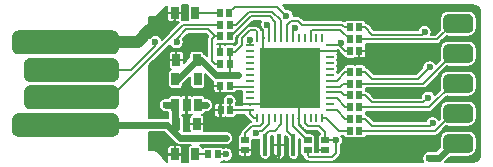
<source format=gbr>
G04 #@! TF.GenerationSoftware,KiCad,Pcbnew,no-vcs-found-826efab~61~ubuntu16.04.1*
G04 #@! TF.CreationDate,2018-02-09T15:50:45+01:00*
G04 #@! TF.ProjectId,ubmp_v1r1,75626D705F763172312E6B696361645F,rev?*
G04 #@! TF.SameCoordinates,Original*
G04 #@! TF.FileFunction,Copper,L1,Top,Signal*
G04 #@! TF.FilePolarity,Positive*
%FSLAX46Y46*%
G04 Gerber Fmt 4.6, Leading zero omitted, Abs format (unit mm)*
G04 Created by KiCad (PCBNEW no-vcs-found-826efab~61~ubuntu16.04.1) date Fri Feb  9 15:50:45 2018*
%MOMM*%
%LPD*%
G01*
G04 APERTURE LIST*
%ADD10C,0.100000*%
%ADD11C,2.000000*%
%ADD12C,1.600000*%
%ADD13R,0.650000X0.575000*%
%ADD14R,0.575000X0.650000*%
%ADD15R,0.670000X1.000000*%
%ADD16R,0.250000X0.700000*%
%ADD17R,0.700000X0.250000*%
%ADD18R,5.150000X5.150000*%
%ADD19R,0.650000X1.060000*%
%ADD20O,0.400000X1.900000*%
%ADD21C,0.600000*%
%ADD22C,0.200000*%
%ADD23C,0.600000*%
%ADD24C,1.000000*%
G04 APERTURE END LIST*
D10*
G36*
X88049009Y-103852408D02*
X88097545Y-103859607D01*
X88145142Y-103871530D01*
X88191342Y-103888060D01*
X88235698Y-103909039D01*
X88277785Y-103934265D01*
X88317197Y-103963495D01*
X88353553Y-103996447D01*
X88386505Y-104032803D01*
X88415735Y-104072215D01*
X88440961Y-104114302D01*
X88461940Y-104158658D01*
X88478470Y-104204858D01*
X88490393Y-104252455D01*
X88497592Y-104300991D01*
X88500000Y-104350000D01*
X88500000Y-105350000D01*
X88497592Y-105399009D01*
X88490393Y-105447545D01*
X88478470Y-105495142D01*
X88461940Y-105541342D01*
X88440961Y-105585698D01*
X88415735Y-105627785D01*
X88386505Y-105667197D01*
X88353553Y-105703553D01*
X88317197Y-105736505D01*
X88277785Y-105765735D01*
X88235698Y-105790961D01*
X88191342Y-105811940D01*
X88145142Y-105828470D01*
X88097545Y-105840393D01*
X88049009Y-105847592D01*
X88000000Y-105850000D01*
X81000000Y-105850000D01*
X80950991Y-105847592D01*
X80902455Y-105840393D01*
X80854858Y-105828470D01*
X80808658Y-105811940D01*
X80764302Y-105790961D01*
X80722215Y-105765735D01*
X80682803Y-105736505D01*
X80646447Y-105703553D01*
X80613495Y-105667197D01*
X80584265Y-105627785D01*
X80559039Y-105585698D01*
X80538060Y-105541342D01*
X80521530Y-105495142D01*
X80509607Y-105447545D01*
X80502408Y-105399009D01*
X80500000Y-105350000D01*
X80500000Y-104350000D01*
X80502408Y-104300991D01*
X80509607Y-104252455D01*
X80521530Y-104204858D01*
X80538060Y-104158658D01*
X80559039Y-104114302D01*
X80584265Y-104072215D01*
X80613495Y-104032803D01*
X80646447Y-103996447D01*
X80682803Y-103963495D01*
X80722215Y-103934265D01*
X80764302Y-103909039D01*
X80808658Y-103888060D01*
X80854858Y-103871530D01*
X80902455Y-103859607D01*
X80950991Y-103852408D01*
X81000000Y-103850000D01*
X88000000Y-103850000D01*
X88049009Y-103852408D01*
X88049009Y-103852408D01*
G37*
D11*
X84500000Y-104850000D03*
D10*
G36*
X88049009Y-106152408D02*
X88097545Y-106159607D01*
X88145142Y-106171530D01*
X88191342Y-106188060D01*
X88235698Y-106209039D01*
X88277785Y-106234265D01*
X88317197Y-106263495D01*
X88353553Y-106296447D01*
X88386505Y-106332803D01*
X88415735Y-106372215D01*
X88440961Y-106414302D01*
X88461940Y-106458658D01*
X88478470Y-106504858D01*
X88490393Y-106552455D01*
X88497592Y-106600991D01*
X88500000Y-106650000D01*
X88500000Y-107650000D01*
X88497592Y-107699009D01*
X88490393Y-107747545D01*
X88478470Y-107795142D01*
X88461940Y-107841342D01*
X88440961Y-107885698D01*
X88415735Y-107927785D01*
X88386505Y-107967197D01*
X88353553Y-108003553D01*
X88317197Y-108036505D01*
X88277785Y-108065735D01*
X88235698Y-108090961D01*
X88191342Y-108111940D01*
X88145142Y-108128470D01*
X88097545Y-108140393D01*
X88049009Y-108147592D01*
X88000000Y-108150000D01*
X81000000Y-108150000D01*
X80950991Y-108147592D01*
X80902455Y-108140393D01*
X80854858Y-108128470D01*
X80808658Y-108111940D01*
X80764302Y-108090961D01*
X80722215Y-108065735D01*
X80682803Y-108036505D01*
X80646447Y-108003553D01*
X80613495Y-107967197D01*
X80584265Y-107927785D01*
X80559039Y-107885698D01*
X80538060Y-107841342D01*
X80521530Y-107795142D01*
X80509607Y-107747545D01*
X80502408Y-107699009D01*
X80500000Y-107650000D01*
X80500000Y-106650000D01*
X80502408Y-106600991D01*
X80509607Y-106552455D01*
X80521530Y-106504858D01*
X80538060Y-106458658D01*
X80559039Y-106414302D01*
X80584265Y-106372215D01*
X80613495Y-106332803D01*
X80646447Y-106296447D01*
X80682803Y-106263495D01*
X80722215Y-106234265D01*
X80764302Y-106209039D01*
X80808658Y-106188060D01*
X80854858Y-106171530D01*
X80902455Y-106159607D01*
X80950991Y-106152408D01*
X81000000Y-106150000D01*
X88000000Y-106150000D01*
X88049009Y-106152408D01*
X88049009Y-106152408D01*
G37*
D11*
X84500000Y-107150000D03*
D10*
G36*
X88049009Y-101502408D02*
X88097545Y-101509607D01*
X88145142Y-101521530D01*
X88191342Y-101538060D01*
X88235698Y-101559039D01*
X88277785Y-101584265D01*
X88317197Y-101613495D01*
X88353553Y-101646447D01*
X88386505Y-101682803D01*
X88415735Y-101722215D01*
X88440961Y-101764302D01*
X88461940Y-101808658D01*
X88478470Y-101854858D01*
X88490393Y-101902455D01*
X88497592Y-101950991D01*
X88500000Y-102000000D01*
X88500000Y-103000000D01*
X88497592Y-103049009D01*
X88490393Y-103097545D01*
X88478470Y-103145142D01*
X88461940Y-103191342D01*
X88440961Y-103235698D01*
X88415735Y-103277785D01*
X88386505Y-103317197D01*
X88353553Y-103353553D01*
X88317197Y-103386505D01*
X88277785Y-103415735D01*
X88235698Y-103440961D01*
X88191342Y-103461940D01*
X88145142Y-103478470D01*
X88097545Y-103490393D01*
X88049009Y-103497592D01*
X88000000Y-103500000D01*
X80000000Y-103500000D01*
X79950991Y-103497592D01*
X79902455Y-103490393D01*
X79854858Y-103478470D01*
X79808658Y-103461940D01*
X79764302Y-103440961D01*
X79722215Y-103415735D01*
X79682803Y-103386505D01*
X79646447Y-103353553D01*
X79613495Y-103317197D01*
X79584265Y-103277785D01*
X79559039Y-103235698D01*
X79538060Y-103191342D01*
X79521530Y-103145142D01*
X79509607Y-103097545D01*
X79502408Y-103049009D01*
X79500000Y-103000000D01*
X79500000Y-102000000D01*
X79502408Y-101950991D01*
X79509607Y-101902455D01*
X79521530Y-101854858D01*
X79538060Y-101808658D01*
X79559039Y-101764302D01*
X79584265Y-101722215D01*
X79613495Y-101682803D01*
X79646447Y-101646447D01*
X79682803Y-101613495D01*
X79722215Y-101584265D01*
X79764302Y-101559039D01*
X79808658Y-101538060D01*
X79854858Y-101521530D01*
X79902455Y-101509607D01*
X79950991Y-101502408D01*
X80000000Y-101500000D01*
X88000000Y-101500000D01*
X88049009Y-101502408D01*
X88049009Y-101502408D01*
G37*
D11*
X84000000Y-102500000D03*
D10*
G36*
X88049009Y-108502408D02*
X88097545Y-108509607D01*
X88145142Y-108521530D01*
X88191342Y-108538060D01*
X88235698Y-108559039D01*
X88277785Y-108584265D01*
X88317197Y-108613495D01*
X88353553Y-108646447D01*
X88386505Y-108682803D01*
X88415735Y-108722215D01*
X88440961Y-108764302D01*
X88461940Y-108808658D01*
X88478470Y-108854858D01*
X88490393Y-108902455D01*
X88497592Y-108950991D01*
X88500000Y-109000000D01*
X88500000Y-110000000D01*
X88497592Y-110049009D01*
X88490393Y-110097545D01*
X88478470Y-110145142D01*
X88461940Y-110191342D01*
X88440961Y-110235698D01*
X88415735Y-110277785D01*
X88386505Y-110317197D01*
X88353553Y-110353553D01*
X88317197Y-110386505D01*
X88277785Y-110415735D01*
X88235698Y-110440961D01*
X88191342Y-110461940D01*
X88145142Y-110478470D01*
X88097545Y-110490393D01*
X88049009Y-110497592D01*
X88000000Y-110500000D01*
X80000000Y-110500000D01*
X79950991Y-110497592D01*
X79902455Y-110490393D01*
X79854858Y-110478470D01*
X79808658Y-110461940D01*
X79764302Y-110440961D01*
X79722215Y-110415735D01*
X79682803Y-110386505D01*
X79646447Y-110353553D01*
X79613495Y-110317197D01*
X79584265Y-110277785D01*
X79559039Y-110235698D01*
X79538060Y-110191342D01*
X79521530Y-110145142D01*
X79509607Y-110097545D01*
X79502408Y-110049009D01*
X79500000Y-110000000D01*
X79500000Y-109000000D01*
X79502408Y-108950991D01*
X79509607Y-108902455D01*
X79521530Y-108854858D01*
X79538060Y-108808658D01*
X79559039Y-108764302D01*
X79584265Y-108722215D01*
X79613495Y-108682803D01*
X79646447Y-108646447D01*
X79682803Y-108613495D01*
X79722215Y-108584265D01*
X79764302Y-108559039D01*
X79808658Y-108538060D01*
X79854858Y-108521530D01*
X79902455Y-108509607D01*
X79950991Y-108502408D01*
X80000000Y-108500000D01*
X88000000Y-108500000D01*
X88049009Y-108502408D01*
X88049009Y-108502408D01*
G37*
D11*
X84000000Y-109500000D03*
D10*
G36*
X118139207Y-107741926D02*
X118178036Y-107747686D01*
X118216114Y-107757224D01*
X118253073Y-107770448D01*
X118288559Y-107787231D01*
X118322228Y-107807412D01*
X118353757Y-107830796D01*
X118382843Y-107857157D01*
X118409204Y-107886243D01*
X118432588Y-107917772D01*
X118452769Y-107951441D01*
X118469552Y-107986927D01*
X118482776Y-108023886D01*
X118492314Y-108061964D01*
X118498074Y-108100793D01*
X118500000Y-108140000D01*
X118500000Y-108940000D01*
X118498074Y-108979207D01*
X118492314Y-109018036D01*
X118482776Y-109056114D01*
X118469552Y-109093073D01*
X118452769Y-109128559D01*
X118432588Y-109162228D01*
X118409204Y-109193757D01*
X118382843Y-109222843D01*
X118353757Y-109249204D01*
X118322228Y-109272588D01*
X118288559Y-109292769D01*
X118253073Y-109309552D01*
X118216114Y-109322776D01*
X118178036Y-109332314D01*
X118139207Y-109338074D01*
X118100000Y-109340000D01*
X116400000Y-109340000D01*
X116360793Y-109338074D01*
X116321964Y-109332314D01*
X116283886Y-109322776D01*
X116246927Y-109309552D01*
X116211441Y-109292769D01*
X116177772Y-109272588D01*
X116146243Y-109249204D01*
X116117157Y-109222843D01*
X116090796Y-109193757D01*
X116067412Y-109162228D01*
X116047231Y-109128559D01*
X116030448Y-109093073D01*
X116017224Y-109056114D01*
X116007686Y-109018036D01*
X116001926Y-108979207D01*
X116000000Y-108940000D01*
X116000000Y-108140000D01*
X116001926Y-108100793D01*
X116007686Y-108061964D01*
X116017224Y-108023886D01*
X116030448Y-107986927D01*
X116047231Y-107951441D01*
X116067412Y-107917772D01*
X116090796Y-107886243D01*
X116117157Y-107857157D01*
X116146243Y-107830796D01*
X116177772Y-107807412D01*
X116211441Y-107787231D01*
X116246927Y-107770448D01*
X116283886Y-107757224D01*
X116321964Y-107747686D01*
X116360793Y-107741926D01*
X116400000Y-107740000D01*
X118100000Y-107740000D01*
X118139207Y-107741926D01*
X118139207Y-107741926D01*
G37*
D12*
X117250000Y-108540000D03*
D10*
G36*
X118139207Y-102661926D02*
X118178036Y-102667686D01*
X118216114Y-102677224D01*
X118253073Y-102690448D01*
X118288559Y-102707231D01*
X118322228Y-102727412D01*
X118353757Y-102750796D01*
X118382843Y-102777157D01*
X118409204Y-102806243D01*
X118432588Y-102837772D01*
X118452769Y-102871441D01*
X118469552Y-102906927D01*
X118482776Y-102943886D01*
X118492314Y-102981964D01*
X118498074Y-103020793D01*
X118500000Y-103060000D01*
X118500000Y-103860000D01*
X118498074Y-103899207D01*
X118492314Y-103938036D01*
X118482776Y-103976114D01*
X118469552Y-104013073D01*
X118452769Y-104048559D01*
X118432588Y-104082228D01*
X118409204Y-104113757D01*
X118382843Y-104142843D01*
X118353757Y-104169204D01*
X118322228Y-104192588D01*
X118288559Y-104212769D01*
X118253073Y-104229552D01*
X118216114Y-104242776D01*
X118178036Y-104252314D01*
X118139207Y-104258074D01*
X118100000Y-104260000D01*
X116400000Y-104260000D01*
X116360793Y-104258074D01*
X116321964Y-104252314D01*
X116283886Y-104242776D01*
X116246927Y-104229552D01*
X116211441Y-104212769D01*
X116177772Y-104192588D01*
X116146243Y-104169204D01*
X116117157Y-104142843D01*
X116090796Y-104113757D01*
X116067412Y-104082228D01*
X116047231Y-104048559D01*
X116030448Y-104013073D01*
X116017224Y-103976114D01*
X116007686Y-103938036D01*
X116001926Y-103899207D01*
X116000000Y-103860000D01*
X116000000Y-103060000D01*
X116001926Y-103020793D01*
X116007686Y-102981964D01*
X116017224Y-102943886D01*
X116030448Y-102906927D01*
X116047231Y-102871441D01*
X116067412Y-102837772D01*
X116090796Y-102806243D01*
X116117157Y-102777157D01*
X116146243Y-102750796D01*
X116177772Y-102727412D01*
X116211441Y-102707231D01*
X116246927Y-102690448D01*
X116283886Y-102677224D01*
X116321964Y-102667686D01*
X116360793Y-102661926D01*
X116400000Y-102660000D01*
X118100000Y-102660000D01*
X118139207Y-102661926D01*
X118139207Y-102661926D01*
G37*
D12*
X117250000Y-103460000D03*
D10*
G36*
X118139207Y-110281926D02*
X118178036Y-110287686D01*
X118216114Y-110297224D01*
X118253073Y-110310448D01*
X118288559Y-110327231D01*
X118322228Y-110347412D01*
X118353757Y-110370796D01*
X118382843Y-110397157D01*
X118409204Y-110426243D01*
X118432588Y-110457772D01*
X118452769Y-110491441D01*
X118469552Y-110526927D01*
X118482776Y-110563886D01*
X118492314Y-110601964D01*
X118498074Y-110640793D01*
X118500000Y-110680000D01*
X118500000Y-111480000D01*
X118498074Y-111519207D01*
X118492314Y-111558036D01*
X118482776Y-111596114D01*
X118469552Y-111633073D01*
X118452769Y-111668559D01*
X118432588Y-111702228D01*
X118409204Y-111733757D01*
X118382843Y-111762843D01*
X118353757Y-111789204D01*
X118322228Y-111812588D01*
X118288559Y-111832769D01*
X118253073Y-111849552D01*
X118216114Y-111862776D01*
X118178036Y-111872314D01*
X118139207Y-111878074D01*
X118100000Y-111880000D01*
X116400000Y-111880000D01*
X116360793Y-111878074D01*
X116321964Y-111872314D01*
X116283886Y-111862776D01*
X116246927Y-111849552D01*
X116211441Y-111832769D01*
X116177772Y-111812588D01*
X116146243Y-111789204D01*
X116117157Y-111762843D01*
X116090796Y-111733757D01*
X116067412Y-111702228D01*
X116047231Y-111668559D01*
X116030448Y-111633073D01*
X116017224Y-111596114D01*
X116007686Y-111558036D01*
X116001926Y-111519207D01*
X116000000Y-111480000D01*
X116000000Y-110680000D01*
X116001926Y-110640793D01*
X116007686Y-110601964D01*
X116017224Y-110563886D01*
X116030448Y-110526927D01*
X116047231Y-110491441D01*
X116067412Y-110457772D01*
X116090796Y-110426243D01*
X116117157Y-110397157D01*
X116146243Y-110370796D01*
X116177772Y-110347412D01*
X116211441Y-110327231D01*
X116246927Y-110310448D01*
X116283886Y-110297224D01*
X116321964Y-110287686D01*
X116360793Y-110281926D01*
X116400000Y-110280000D01*
X118100000Y-110280000D01*
X118139207Y-110281926D01*
X118139207Y-110281926D01*
G37*
D12*
X117250000Y-111080000D03*
D10*
G36*
X118139207Y-100121926D02*
X118178036Y-100127686D01*
X118216114Y-100137224D01*
X118253073Y-100150448D01*
X118288559Y-100167231D01*
X118322228Y-100187412D01*
X118353757Y-100210796D01*
X118382843Y-100237157D01*
X118409204Y-100266243D01*
X118432588Y-100297772D01*
X118452769Y-100331441D01*
X118469552Y-100366927D01*
X118482776Y-100403886D01*
X118492314Y-100441964D01*
X118498074Y-100480793D01*
X118500000Y-100520000D01*
X118500000Y-101320000D01*
X118498074Y-101359207D01*
X118492314Y-101398036D01*
X118482776Y-101436114D01*
X118469552Y-101473073D01*
X118452769Y-101508559D01*
X118432588Y-101542228D01*
X118409204Y-101573757D01*
X118382843Y-101602843D01*
X118353757Y-101629204D01*
X118322228Y-101652588D01*
X118288559Y-101672769D01*
X118253073Y-101689552D01*
X118216114Y-101702776D01*
X118178036Y-101712314D01*
X118139207Y-101718074D01*
X118100000Y-101720000D01*
X116400000Y-101720000D01*
X116360793Y-101718074D01*
X116321964Y-101712314D01*
X116283886Y-101702776D01*
X116246927Y-101689552D01*
X116211441Y-101672769D01*
X116177772Y-101652588D01*
X116146243Y-101629204D01*
X116117157Y-101602843D01*
X116090796Y-101573757D01*
X116067412Y-101542228D01*
X116047231Y-101508559D01*
X116030448Y-101473073D01*
X116017224Y-101436114D01*
X116007686Y-101398036D01*
X116001926Y-101359207D01*
X116000000Y-101320000D01*
X116000000Y-100520000D01*
X116001926Y-100480793D01*
X116007686Y-100441964D01*
X116017224Y-100403886D01*
X116030448Y-100366927D01*
X116047231Y-100331441D01*
X116067412Y-100297772D01*
X116090796Y-100266243D01*
X116117157Y-100237157D01*
X116146243Y-100210796D01*
X116177772Y-100187412D01*
X116211441Y-100167231D01*
X116246927Y-100150448D01*
X116283886Y-100137224D01*
X116321964Y-100127686D01*
X116360793Y-100121926D01*
X116400000Y-100120000D01*
X118100000Y-100120000D01*
X118139207Y-100121926D01*
X118139207Y-100121926D01*
G37*
D12*
X117250000Y-100920000D03*
D10*
G36*
X118139207Y-105201926D02*
X118178036Y-105207686D01*
X118216114Y-105217224D01*
X118253073Y-105230448D01*
X118288559Y-105247231D01*
X118322228Y-105267412D01*
X118353757Y-105290796D01*
X118382843Y-105317157D01*
X118409204Y-105346243D01*
X118432588Y-105377772D01*
X118452769Y-105411441D01*
X118469552Y-105446927D01*
X118482776Y-105483886D01*
X118492314Y-105521964D01*
X118498074Y-105560793D01*
X118500000Y-105600000D01*
X118500000Y-106400000D01*
X118498074Y-106439207D01*
X118492314Y-106478036D01*
X118482776Y-106516114D01*
X118469552Y-106553073D01*
X118452769Y-106588559D01*
X118432588Y-106622228D01*
X118409204Y-106653757D01*
X118382843Y-106682843D01*
X118353757Y-106709204D01*
X118322228Y-106732588D01*
X118288559Y-106752769D01*
X118253073Y-106769552D01*
X118216114Y-106782776D01*
X118178036Y-106792314D01*
X118139207Y-106798074D01*
X118100000Y-106800000D01*
X116400000Y-106800000D01*
X116360793Y-106798074D01*
X116321964Y-106792314D01*
X116283886Y-106782776D01*
X116246927Y-106769552D01*
X116211441Y-106752769D01*
X116177772Y-106732588D01*
X116146243Y-106709204D01*
X116117157Y-106682843D01*
X116090796Y-106653757D01*
X116067412Y-106622228D01*
X116047231Y-106588559D01*
X116030448Y-106553073D01*
X116017224Y-106516114D01*
X116007686Y-106478036D01*
X116001926Y-106439207D01*
X116000000Y-106400000D01*
X116000000Y-105600000D01*
X116001926Y-105560793D01*
X116007686Y-105521964D01*
X116017224Y-105483886D01*
X116030448Y-105446927D01*
X116047231Y-105411441D01*
X116067412Y-105377772D01*
X116090796Y-105346243D01*
X116117157Y-105317157D01*
X116146243Y-105290796D01*
X116177772Y-105267412D01*
X116211441Y-105247231D01*
X116246927Y-105230448D01*
X116283886Y-105217224D01*
X116321964Y-105207686D01*
X116360793Y-105201926D01*
X116400000Y-105200000D01*
X118100000Y-105200000D01*
X118139207Y-105201926D01*
X118139207Y-105201926D01*
G37*
D12*
X117250000Y-106000000D03*
D13*
X106000000Y-111587500D03*
X106000000Y-110812500D03*
D14*
X97112500Y-103300000D03*
X97887500Y-103300000D03*
X97900000Y-108250000D03*
X97125000Y-108250000D03*
X108887500Y-103250000D03*
X108112500Y-103250000D03*
D15*
X95125000Y-109400000D03*
X93375000Y-109400000D03*
X95125000Y-104000000D03*
X93375000Y-104000000D03*
X93250000Y-112000000D03*
X95000000Y-112000000D03*
X95000000Y-100000000D03*
X93250000Y-100000000D03*
D14*
X96875000Y-112000000D03*
X96100000Y-112000000D03*
X97875000Y-100000000D03*
X97100000Y-100000000D03*
X108112500Y-110000000D03*
X108887500Y-110000000D03*
X108887500Y-109000000D03*
X108112500Y-109000000D03*
X108887500Y-106000000D03*
X108112500Y-106000000D03*
D13*
X104500000Y-110812500D03*
X104500000Y-111587500D03*
D14*
X97112500Y-106200000D03*
X97887500Y-106200000D03*
D13*
X99200000Y-111587500D03*
X99200000Y-110812500D03*
D14*
X108112500Y-105000000D03*
X108887500Y-105000000D03*
X108112500Y-101250000D03*
X108887500Y-101250000D03*
X108112500Y-108000000D03*
X108887500Y-108000000D03*
X108887500Y-107000000D03*
X108112500Y-107000000D03*
X108887500Y-102250000D03*
X108112500Y-102250000D03*
X97112500Y-104300000D03*
X97887500Y-104300000D03*
X97887500Y-101000000D03*
X97112500Y-101000000D03*
X97112500Y-102000000D03*
X97887500Y-102000000D03*
D16*
X100250000Y-108900000D03*
X100750000Y-108900000D03*
X101250000Y-108900000D03*
X101750000Y-108900000D03*
X102250000Y-108900000D03*
X102750000Y-108900000D03*
X103250000Y-108900000D03*
X103750000Y-108900000D03*
X104250000Y-108900000D03*
X104750000Y-108900000D03*
X105250000Y-108900000D03*
X105750000Y-108900000D03*
D17*
X106400000Y-108250000D03*
X106400000Y-107750000D03*
X106400000Y-107250000D03*
X106400000Y-106750000D03*
X106400000Y-106250000D03*
X106400000Y-105750000D03*
X106400000Y-105250000D03*
X106400000Y-104750000D03*
X106400000Y-104250000D03*
X106400000Y-103750000D03*
X106400000Y-103250000D03*
X106400000Y-102750000D03*
D16*
X105750000Y-102100000D03*
X105250000Y-102100000D03*
X104750000Y-102100000D03*
X104250000Y-102100000D03*
X103750000Y-102100000D03*
X103250000Y-102100000D03*
X102750000Y-102100000D03*
X102250000Y-102100000D03*
X101750000Y-102100000D03*
X101250000Y-102100000D03*
X100750000Y-102100000D03*
X100250000Y-102100000D03*
D17*
X99600000Y-102750000D03*
X99600000Y-103250000D03*
X99600000Y-103750000D03*
X99600000Y-104250000D03*
X99600000Y-104750000D03*
X99600000Y-105250000D03*
X99600000Y-105750000D03*
X99600000Y-106250000D03*
X99600000Y-106750000D03*
X99600000Y-107250000D03*
X99600000Y-107750000D03*
X99600000Y-108250000D03*
D18*
X103000000Y-105500000D03*
D19*
X93300000Y-107800000D03*
X94250000Y-107800000D03*
X95200000Y-107800000D03*
X95200000Y-105600000D03*
X93300000Y-105600000D03*
D20*
X100900000Y-111200000D03*
X102100000Y-111200000D03*
X103300000Y-111200000D03*
D21*
X97900000Y-107499998D03*
X98600000Y-105300000D03*
X107300000Y-102600000D03*
X106900000Y-110800000D03*
X96000000Y-109400000D03*
X92500000Y-104000006D03*
X118800000Y-99700000D03*
X118800000Y-104800000D03*
X118800000Y-107200000D03*
X118800000Y-112300000D03*
X108100000Y-99700000D03*
X91300000Y-108600000D03*
X91300000Y-110400000D03*
X98800000Y-108900000D03*
X107600000Y-111400000D03*
X107300000Y-104400000D03*
X110400000Y-101200000D03*
X103600000Y-99700000D03*
X110400000Y-108800000D03*
X110300000Y-106800000D03*
X118800000Y-109800000D03*
X118800000Y-102100000D03*
X92600000Y-101300000D03*
X91400000Y-101500000D03*
X94100000Y-112000000D03*
X108900000Y-104100000D03*
X97100000Y-107400000D03*
X94200000Y-106600000D03*
X94700000Y-102800000D03*
X92200000Y-100400000D03*
X101599996Y-112200000D03*
X98300000Y-111600000D03*
X100200000Y-100900000D03*
X105204969Y-110200000D03*
X114800000Y-112300000D03*
X95900000Y-107800000D03*
X97600000Y-110600000D03*
X92500000Y-107800000D03*
X91600014Y-102500000D03*
X93399978Y-102500000D03*
X101100000Y-101000004D03*
X99599264Y-102349265D03*
X97600000Y-112000000D03*
X100100000Y-110200000D03*
X102705127Y-100259027D03*
X103400000Y-101300000D03*
X114400000Y-101650000D03*
X115075735Y-109375735D03*
X114825735Y-104625735D03*
X114700000Y-107200000D03*
D22*
X106900000Y-110800000D02*
X106900000Y-111900000D01*
X106600000Y-112200000D02*
X104625000Y-112200000D01*
X104500000Y-112075000D02*
X104500000Y-111587500D01*
X106900000Y-111900000D02*
X106600000Y-112200000D01*
X104625000Y-112200000D02*
X104500000Y-112075000D01*
X98375000Y-103300000D02*
X97887500Y-103300000D01*
X100250000Y-101650000D02*
X100100000Y-101500000D01*
X100100000Y-101500000D02*
X99600000Y-101500000D01*
X100250000Y-102100000D02*
X100250000Y-101650000D01*
X99600000Y-101500000D02*
X98949999Y-102150001D01*
X98949999Y-102150001D02*
X98949999Y-102725001D01*
X98949999Y-102725001D02*
X98375000Y-103300000D01*
X97900000Y-108250000D02*
X97900000Y-107499998D01*
D23*
X97800000Y-105300000D02*
X98175736Y-105300000D01*
D22*
X97887500Y-105212500D02*
X97800000Y-105300000D01*
D23*
X96776458Y-105300000D02*
X97800000Y-105300000D01*
D22*
X97887500Y-104300000D02*
X97887500Y-105212500D01*
D23*
X95125000Y-104000000D02*
X95476458Y-104000000D01*
X95476458Y-104000000D02*
X96776458Y-105300000D01*
X98175736Y-105300000D02*
X98600000Y-105300000D01*
X93300000Y-105600000D02*
X93525000Y-105600000D01*
X93525000Y-105600000D02*
X95125000Y-104000000D01*
D22*
X97887500Y-104300000D02*
X97887500Y-103300000D01*
X107650000Y-103250000D02*
X107300000Y-102900000D01*
X107300000Y-102900000D02*
X107300000Y-102600000D01*
X107300000Y-102900000D02*
X107150000Y-102750000D01*
X106887500Y-110812500D02*
X106900000Y-110800000D01*
X106000000Y-110812500D02*
X106887500Y-110812500D01*
X99600000Y-108575000D02*
X99600000Y-108250000D01*
X100250000Y-108900000D02*
X99925000Y-108900000D01*
X99925000Y-108900000D02*
X99600000Y-108575000D01*
X97900000Y-108250000D02*
X99600000Y-108250000D01*
X108112500Y-103250000D02*
X107650000Y-103250000D01*
X107150000Y-102750000D02*
X106400000Y-102750000D01*
X104250000Y-109350000D02*
X104500000Y-109600000D01*
X104500000Y-109600000D02*
X105500000Y-109600000D01*
X105500000Y-109600000D02*
X106000000Y-110100000D01*
X104250000Y-108900000D02*
X104250000Y-109350000D01*
X106000000Y-110100000D02*
X106000000Y-110812500D01*
X95125000Y-109400000D02*
X96000000Y-109400000D01*
X92500006Y-104000000D02*
X92500000Y-104000006D01*
X92600000Y-104000000D02*
X92500006Y-104000000D01*
X93375000Y-104000000D02*
X92600000Y-104000000D01*
D24*
X91100000Y-101500000D02*
X90100000Y-102500000D01*
X91400000Y-101500000D02*
X91100000Y-101500000D01*
X90100000Y-102500000D02*
X84000000Y-102500000D01*
D22*
X93250000Y-100650000D02*
X92600000Y-101300000D01*
X93250000Y-100000000D02*
X93250000Y-100650000D01*
X93250000Y-112000000D02*
X94100000Y-112000000D01*
X108887500Y-104087500D02*
X108900000Y-104100000D01*
X108887500Y-103250000D02*
X108887500Y-104087500D01*
X97125000Y-107425000D02*
X97100000Y-107400000D01*
X97125000Y-108250000D02*
X97125000Y-107425000D01*
X94250000Y-106650000D02*
X94200000Y-106600000D01*
X94250000Y-107800000D02*
X94250000Y-106650000D01*
X97125001Y-102674999D02*
X97100000Y-102700000D01*
X98487500Y-102552502D02*
X98365003Y-102674999D01*
X100200000Y-101100000D02*
X99434300Y-101100000D01*
X98365003Y-102674999D02*
X97125001Y-102674999D01*
X98487500Y-102046800D02*
X98487500Y-102552502D01*
X99434300Y-101100000D02*
X98487500Y-102046800D01*
X97100000Y-102700000D02*
X97112500Y-102712500D01*
X97112500Y-102712500D02*
X97112500Y-103300000D01*
X92600000Y-100000000D02*
X92200000Y-100400000D01*
X93250000Y-100000000D02*
X92600000Y-100000000D01*
X102100000Y-111900000D02*
X101800000Y-112200000D01*
X102100000Y-111200000D02*
X102100000Y-111900000D01*
X101800000Y-112200000D02*
X101599996Y-112200000D01*
X98312500Y-111587500D02*
X98300000Y-111600000D01*
X99200000Y-111587500D02*
X98312500Y-111587500D01*
X100300000Y-101100000D02*
X100200000Y-101100000D01*
X100200000Y-101100000D02*
X100200000Y-100900000D01*
X104500000Y-110200000D02*
X105204969Y-110200000D01*
X104200000Y-109900000D02*
X104500000Y-110200000D01*
X100750000Y-102100000D02*
X100750000Y-101550000D01*
X100750000Y-101550000D02*
X100300000Y-101100000D01*
X103750000Y-109450000D02*
X104200000Y-109900000D01*
X103750000Y-108900000D02*
X103750000Y-109450000D01*
X99600000Y-107750000D02*
X100750000Y-107750000D01*
X100750000Y-107750000D02*
X103000000Y-105500000D01*
X103750000Y-108900000D02*
X103750000Y-106250000D01*
X103750000Y-106250000D02*
X103000000Y-105500000D01*
X106400000Y-103250000D02*
X105250000Y-103250000D01*
X105250000Y-103250000D02*
X103000000Y-105500000D01*
X100750000Y-104050000D02*
X102200000Y-105500000D01*
X100750000Y-102100000D02*
X100750000Y-104050000D01*
X102200000Y-105500000D02*
X103000000Y-105500000D01*
D23*
X116820000Y-111080000D02*
X115600000Y-112300000D01*
X117250000Y-111080000D02*
X116820000Y-111080000D01*
X115600000Y-112300000D02*
X114800000Y-112300000D01*
X93100000Y-110000000D02*
X93700000Y-110600000D01*
X92625000Y-109525000D02*
X93100000Y-110000000D01*
X93375000Y-109400000D02*
X93375000Y-109725000D01*
X93375000Y-109725000D02*
X93100000Y-110000000D01*
X95200000Y-107800000D02*
X95900000Y-107800000D01*
X93700000Y-110600000D02*
X97600000Y-110600000D01*
X92625000Y-109500000D02*
X92625000Y-109525000D01*
X92500000Y-107800000D02*
X93300000Y-107800000D01*
X84000000Y-109500000D02*
X92625000Y-109500000D01*
X93300000Y-107800000D02*
X93300000Y-109475000D01*
X93300000Y-109475000D02*
X93375000Y-109550000D01*
D22*
X96100000Y-112000000D02*
X95000000Y-112000000D01*
X93988004Y-101000000D02*
X87838004Y-107150000D01*
X97112500Y-101000000D02*
X93988004Y-101000000D01*
X87838004Y-107150000D02*
X84500000Y-107150000D01*
X89550000Y-104850000D02*
X91600000Y-102800000D01*
X84500000Y-104850000D02*
X89550000Y-104850000D01*
X91600000Y-102800000D02*
X91600000Y-102500014D01*
X91600000Y-102500014D02*
X91600014Y-102500000D01*
X96025000Y-101400000D02*
X94200000Y-101400000D01*
X96625000Y-102000000D02*
X96025000Y-101400000D01*
X94200000Y-101400000D02*
X93399978Y-102200022D01*
X93399978Y-102200022D02*
X93399978Y-102500000D01*
X96625000Y-104300000D02*
X96400000Y-104075000D01*
X97112500Y-104300000D02*
X96625000Y-104300000D01*
X96400000Y-104075000D02*
X96400000Y-102225000D01*
X96400000Y-102225000D02*
X96625000Y-102000000D01*
X96625000Y-102000000D02*
X97112500Y-102000000D01*
X105750000Y-108900000D02*
X106075000Y-108900000D01*
X107175000Y-110000000D02*
X107625000Y-110000000D01*
X106075000Y-108900000D02*
X107175000Y-110000000D01*
X107625000Y-110000000D02*
X108112500Y-110000000D01*
X103111999Y-100699999D02*
X103700000Y-100699999D01*
X104050011Y-101049989D02*
X104000022Y-101000000D01*
X104000022Y-101000000D02*
X104000001Y-101000000D01*
X104000001Y-101000000D02*
X103700000Y-100699999D01*
X107475000Y-101100000D02*
X107625000Y-101250000D01*
X107475000Y-101100000D02*
X107465699Y-101100000D01*
X107465699Y-101100000D02*
X107415688Y-101049989D01*
X107415688Y-101049989D02*
X104050011Y-101049989D01*
X102750000Y-102100000D02*
X102750000Y-101061998D01*
X102750000Y-101061998D02*
X103111999Y-100699999D01*
X107625000Y-101250000D02*
X108112500Y-101250000D01*
X106400000Y-108250000D02*
X106950000Y-108250000D01*
X106950000Y-108250000D02*
X107700000Y-109000000D01*
X107700000Y-109000000D02*
X108112500Y-109000000D01*
X106950000Y-105750000D02*
X107700000Y-105000000D01*
X106400000Y-105750000D02*
X106950000Y-105750000D01*
X107700000Y-105000000D02*
X108112500Y-105000000D01*
X100800000Y-110450000D02*
X100800000Y-111200000D01*
X101700000Y-110000000D02*
X101250000Y-110000000D01*
X101250000Y-110000000D02*
X100800000Y-110450000D01*
X102250000Y-108900000D02*
X102250000Y-109450000D01*
X102250000Y-109450000D02*
X101700000Y-110000000D01*
X102750000Y-108900000D02*
X102750000Y-110000000D01*
X102750000Y-110000000D02*
X103200000Y-110450000D01*
X103200000Y-110450000D02*
X103200000Y-111200000D01*
X98400000Y-101000000D02*
X99500000Y-99900000D01*
X97987500Y-101000000D02*
X98400000Y-101000000D01*
X99500000Y-99900000D02*
X101500000Y-99900000D01*
X101500000Y-99900000D02*
X102250000Y-100650000D01*
X102250000Y-101550000D02*
X102250000Y-102100000D01*
X102250000Y-100650000D02*
X102250000Y-101550000D01*
X101750000Y-100761996D02*
X101288004Y-100300000D01*
X101750000Y-102100000D02*
X101750000Y-100761996D01*
X101288004Y-100300000D02*
X99668600Y-100300000D01*
X99668600Y-100300000D02*
X97987500Y-101981100D01*
X97987500Y-101981100D02*
X97987500Y-102000000D01*
X101250000Y-102100000D02*
X101250000Y-101150004D01*
X101250000Y-101150004D02*
X101100000Y-101000004D01*
X99600000Y-102750000D02*
X99600000Y-102350001D01*
X99600000Y-102350001D02*
X99599264Y-102349265D01*
X97100000Y-100000000D02*
X95000000Y-100000000D01*
X97600000Y-112000000D02*
X96875000Y-112000000D01*
X101250000Y-109415699D02*
X100665699Y-110000000D01*
X101250000Y-108900000D02*
X101250000Y-109415699D01*
X100665699Y-110000000D02*
X100400000Y-110000000D01*
X100400000Y-110000000D02*
X100200000Y-110200000D01*
X100200000Y-110200000D02*
X100100000Y-110200000D01*
X97875000Y-99962500D02*
X98362500Y-99475000D01*
X97875000Y-100000000D02*
X97875000Y-99962500D01*
X98362500Y-99475000D02*
X101921100Y-99475000D01*
X101921100Y-99475000D02*
X102705127Y-100259027D01*
X103250000Y-101450000D02*
X103400000Y-101300000D01*
X103250000Y-102100000D02*
X103250000Y-101450000D01*
X107500000Y-106000000D02*
X108112500Y-106000000D01*
X107250000Y-106250000D02*
X107500000Y-106000000D01*
X106400000Y-106250000D02*
X107250000Y-106250000D01*
X107350000Y-106750000D02*
X107600000Y-107000000D01*
X107600000Y-107000000D02*
X108112500Y-107000000D01*
X106400000Y-106750000D02*
X107350000Y-106750000D01*
X103250000Y-108900000D02*
X103250000Y-109600000D01*
X103250000Y-109600000D02*
X104462500Y-110812500D01*
X104462500Y-110812500D02*
X104500000Y-110812500D01*
X99600000Y-106250000D02*
X97900000Y-106250000D01*
X99800000Y-109600000D02*
X99200000Y-110200000D01*
X99200000Y-110200000D02*
X99200000Y-110812500D01*
X100500000Y-109600000D02*
X99800000Y-109600000D01*
X100750000Y-109350000D02*
X100500000Y-109600000D01*
X100750000Y-108900000D02*
X100750000Y-109350000D01*
X114200010Y-101849990D02*
X114400000Y-101650000D01*
X109974990Y-101849990D02*
X114200010Y-101849990D01*
X108887500Y-101250000D02*
X109375000Y-101250000D01*
X109375000Y-101250000D02*
X109974990Y-101849990D01*
X114851470Y-109600000D02*
X115075735Y-109375735D01*
X109975000Y-109600000D02*
X114851470Y-109600000D01*
X108887500Y-109000000D02*
X109375000Y-109000000D01*
X109375000Y-109000000D02*
X109975000Y-109600000D01*
X114300000Y-106000000D02*
X116840000Y-103460000D01*
X108887500Y-106000000D02*
X114300000Y-106000000D01*
X116840000Y-103460000D02*
X117250000Y-103460000D01*
X113851480Y-105599990D02*
X114825735Y-104625735D01*
X110300000Y-105599990D02*
X113851480Y-105599990D01*
X109974990Y-105599990D02*
X110300000Y-105599990D01*
X108887500Y-105000000D02*
X109375000Y-105000000D01*
X109375000Y-105000000D02*
X109974990Y-105599990D01*
X117210000Y-108500000D02*
X116800000Y-108500000D01*
X115300000Y-110000000D02*
X109375000Y-110000000D01*
X117250000Y-108540000D02*
X117210000Y-108500000D01*
X116800000Y-108500000D02*
X115300000Y-110000000D01*
X109375000Y-110000000D02*
X108887500Y-110000000D01*
X114300010Y-107599990D02*
X114700000Y-107200000D01*
X109974990Y-107599990D02*
X114300010Y-107599990D01*
X108887500Y-107000000D02*
X109375000Y-107000000D01*
X109375000Y-107000000D02*
X109974990Y-107599990D01*
X114800000Y-108000000D02*
X116800000Y-106000000D01*
X108887500Y-108000000D02*
X114800000Y-108000000D01*
X116800000Y-106000000D02*
X117250000Y-106000000D01*
X115450000Y-102250000D02*
X116780000Y-100920000D01*
X108887500Y-102250000D02*
X115450000Y-102250000D01*
X116780000Y-100920000D02*
X117250000Y-100920000D01*
X106950000Y-107250000D02*
X107700000Y-108000000D01*
X106400000Y-107250000D02*
X106950000Y-107250000D01*
X107700000Y-108000000D02*
X108112500Y-108000000D01*
X104750000Y-101550000D02*
X104850001Y-101449999D01*
X104750000Y-102100000D02*
X104750000Y-101550000D01*
X104850001Y-101449999D02*
X107249999Y-101449999D01*
X107249999Y-101449999D02*
X108050000Y-102250000D01*
X108050000Y-102250000D02*
X108112500Y-102250000D01*
G36*
X118621045Y-99388667D02*
X118737483Y-99423821D01*
X118844876Y-99480923D01*
X118939128Y-99557793D01*
X119016657Y-99651508D01*
X119074507Y-99758501D01*
X119110472Y-99874688D01*
X119125001Y-100012914D01*
X119125000Y-111981663D01*
X119111333Y-112121044D01*
X119076178Y-112237485D01*
X119019077Y-112344876D01*
X118942207Y-112439128D01*
X118848488Y-112516659D01*
X118741498Y-112574508D01*
X118625316Y-112610472D01*
X118487096Y-112625000D01*
X116123527Y-112625000D01*
X116567076Y-112181451D01*
X118100000Y-112181451D01*
X118236846Y-112167973D01*
X118368434Y-112128056D01*
X118489705Y-112063235D01*
X118596001Y-111976001D01*
X118683235Y-111869705D01*
X118748056Y-111748434D01*
X118787973Y-111616846D01*
X118801451Y-111480000D01*
X118801451Y-110680000D01*
X118787973Y-110543154D01*
X118748056Y-110411566D01*
X118683235Y-110290295D01*
X118596001Y-110183999D01*
X118489705Y-110096765D01*
X118368434Y-110031944D01*
X118236846Y-109992027D01*
X118100000Y-109978549D01*
X116400000Y-109978549D01*
X116263154Y-109992027D01*
X116131566Y-110031944D01*
X116010295Y-110096765D01*
X115903999Y-110183999D01*
X115816765Y-110290295D01*
X115751944Y-110411566D01*
X115712027Y-110543154D01*
X115698549Y-110680000D01*
X115698549Y-111352924D01*
X115351473Y-111700000D01*
X114740905Y-111700000D01*
X114712240Y-111705702D01*
X114682896Y-111708579D01*
X114654160Y-111717255D01*
X114624986Y-111723058D01*
X114598227Y-111734142D01*
X114570252Y-111742588D01*
X114543516Y-111756804D01*
X114515793Y-111768287D01*
X114491924Y-111784236D01*
X114466359Y-111797829D01*
X114442689Y-111817134D01*
X114417522Y-111833950D01*
X114397406Y-111854066D01*
X114375174Y-111872198D01*
X114355537Y-111895935D01*
X114333950Y-111917522D01*
X114318289Y-111940960D01*
X114300171Y-111962861D01*
X114285393Y-111990192D01*
X114268287Y-112015793D01*
X114257599Y-112041596D01*
X114244206Y-112066366D01*
X114234939Y-112096302D01*
X114223058Y-112124986D01*
X114217661Y-112152119D01*
X114209411Y-112178770D01*
X114206108Y-112210200D01*
X114200000Y-112240905D01*
X114200000Y-112268313D01*
X114197112Y-112295791D01*
X114200000Y-112327526D01*
X114200000Y-112359095D01*
X114205296Y-112385718D01*
X114207776Y-112412973D01*
X114216849Y-112443801D01*
X114223058Y-112475014D01*
X114233346Y-112499851D01*
X114240998Y-112525851D01*
X114256008Y-112554563D01*
X114268287Y-112584207D01*
X114283077Y-112606341D01*
X114292831Y-112625000D01*
X97177233Y-112625000D01*
X97221310Y-112620659D01*
X97277860Y-112603504D01*
X97329977Y-112575647D01*
X97360797Y-112550354D01*
X97424986Y-112576942D01*
X97540905Y-112600000D01*
X97659095Y-112600000D01*
X97775014Y-112576942D01*
X97884207Y-112531713D01*
X97982478Y-112466050D01*
X98066050Y-112382478D01*
X98131713Y-112284207D01*
X98176942Y-112175014D01*
X98200000Y-112059095D01*
X98200000Y-111940905D01*
X98176942Y-111824986D01*
X98131713Y-111715793D01*
X98099445Y-111667500D01*
X98575000Y-111667500D01*
X98575000Y-111904547D01*
X98586529Y-111962506D01*
X98609143Y-112017103D01*
X98641975Y-112066239D01*
X98683761Y-112108025D01*
X98732896Y-112140856D01*
X98787493Y-112163471D01*
X98845452Y-112175000D01*
X99120000Y-112175000D01*
X99195000Y-112100000D01*
X99195000Y-111592500D01*
X99205000Y-111592500D01*
X99205000Y-112100000D01*
X99280000Y-112175000D01*
X99554548Y-112175000D01*
X99612507Y-112163471D01*
X99667104Y-112140856D01*
X99716239Y-112108025D01*
X99758025Y-112066239D01*
X99790857Y-112017103D01*
X99813471Y-111962506D01*
X99825000Y-111904547D01*
X99825000Y-111667500D01*
X99750000Y-111592500D01*
X99205000Y-111592500D01*
X99195000Y-111592500D01*
X98650000Y-111592500D01*
X98575000Y-111667500D01*
X98099445Y-111667500D01*
X98066050Y-111617522D01*
X97982478Y-111533950D01*
X97884207Y-111468287D01*
X97775014Y-111423058D01*
X97659095Y-111400000D01*
X97540905Y-111400000D01*
X97424986Y-111423058D01*
X97360797Y-111449646D01*
X97329977Y-111424353D01*
X97277860Y-111396496D01*
X97221310Y-111379341D01*
X97162500Y-111373549D01*
X96587500Y-111373549D01*
X96528690Y-111379341D01*
X96487500Y-111391836D01*
X96446310Y-111379341D01*
X96387500Y-111373549D01*
X95812500Y-111373549D01*
X95753690Y-111379341D01*
X95697140Y-111396496D01*
X95645023Y-111424353D01*
X95629433Y-111437148D01*
X95613504Y-111384640D01*
X95585647Y-111332523D01*
X95548158Y-111286842D01*
X95502477Y-111249353D01*
X95450360Y-111221496D01*
X95393810Y-111204341D01*
X95349733Y-111200000D01*
X97659095Y-111200000D01*
X97687760Y-111194298D01*
X97717104Y-111191421D01*
X97745840Y-111182745D01*
X97775014Y-111176942D01*
X97801773Y-111165858D01*
X97829748Y-111157412D01*
X97856484Y-111143196D01*
X97884207Y-111131713D01*
X97908076Y-111115764D01*
X97933641Y-111102171D01*
X97957311Y-111082866D01*
X97982478Y-111066050D01*
X98002594Y-111045934D01*
X98024826Y-111027802D01*
X98044463Y-111004065D01*
X98066050Y-110982478D01*
X98081711Y-110959040D01*
X98099829Y-110937139D01*
X98114607Y-110909808D01*
X98131713Y-110884207D01*
X98142401Y-110858404D01*
X98155794Y-110833634D01*
X98165061Y-110803698D01*
X98176942Y-110775014D01*
X98182339Y-110747881D01*
X98190589Y-110721230D01*
X98193892Y-110689800D01*
X98200000Y-110659095D01*
X98200000Y-110631687D01*
X98202888Y-110604209D01*
X98200000Y-110572474D01*
X98200000Y-110540905D01*
X98194704Y-110514282D01*
X98192224Y-110487027D01*
X98183151Y-110456199D01*
X98176942Y-110424986D01*
X98166654Y-110400149D01*
X98159002Y-110374149D01*
X98143992Y-110345437D01*
X98131713Y-110315793D01*
X98116923Y-110293659D01*
X98104488Y-110269872D01*
X98084017Y-110244412D01*
X98066050Y-110217522D01*
X98047411Y-110198883D01*
X98030758Y-110178171D01*
X98005533Y-110157005D01*
X97982478Y-110133950D01*
X97960772Y-110119447D01*
X97940620Y-110102537D01*
X97911537Y-110086548D01*
X97884207Y-110068287D01*
X97860329Y-110058396D01*
X97837509Y-110045851D01*
X97805617Y-110035734D01*
X97775014Y-110023058D01*
X97749925Y-110018067D01*
X97725351Y-110010272D01*
X97694360Y-110007015D01*
X97659095Y-110000000D01*
X95743296Y-110000000D01*
X95748471Y-109987507D01*
X95760000Y-109929548D01*
X95760000Y-109480000D01*
X95685000Y-109405000D01*
X95130000Y-109405000D01*
X95130000Y-109425000D01*
X95120000Y-109425000D01*
X95120000Y-109405000D01*
X94565000Y-109405000D01*
X94490000Y-109480000D01*
X94490000Y-109929548D01*
X94501529Y-109987507D01*
X94506704Y-110000000D01*
X93993164Y-110000000D01*
X94005659Y-109958810D01*
X94011451Y-109900000D01*
X94011451Y-108900000D01*
X94005659Y-108841190D01*
X93988504Y-108784640D01*
X93960647Y-108732523D01*
X93923158Y-108686842D01*
X93900000Y-108667837D01*
X93900000Y-108630000D01*
X94170000Y-108630000D01*
X94245000Y-108555000D01*
X94245000Y-107805000D01*
X94225000Y-107805000D01*
X94225000Y-107795000D01*
X94245000Y-107795000D01*
X94245000Y-107045000D01*
X94255000Y-107045000D01*
X94255000Y-107795000D01*
X94275000Y-107795000D01*
X94275000Y-107805000D01*
X94255000Y-107805000D01*
X94255000Y-108555000D01*
X94330000Y-108630000D01*
X94604548Y-108630000D01*
X94662507Y-108618471D01*
X94717104Y-108595856D01*
X94725492Y-108590251D01*
X94748266Y-108602424D01*
X94702494Y-108611529D01*
X94647897Y-108634143D01*
X94598761Y-108666975D01*
X94556975Y-108708761D01*
X94524144Y-108757896D01*
X94501529Y-108812493D01*
X94490000Y-108870452D01*
X94490000Y-109320000D01*
X94565000Y-109395000D01*
X95120000Y-109395000D01*
X95120000Y-109375000D01*
X95130000Y-109375000D01*
X95130000Y-109395000D01*
X95685000Y-109395000D01*
X95760000Y-109320000D01*
X95760000Y-108870452D01*
X95748471Y-108812493D01*
X95725856Y-108757896D01*
X95693025Y-108708761D01*
X95651239Y-108666975D01*
X95602103Y-108634143D01*
X95582041Y-108625833D01*
X95583810Y-108625659D01*
X95640360Y-108608504D01*
X95692477Y-108580647D01*
X95738158Y-108543158D01*
X95775647Y-108497477D01*
X95803504Y-108445360D01*
X95817264Y-108400000D01*
X95959095Y-108400000D01*
X95987760Y-108394298D01*
X96017104Y-108391421D01*
X96045840Y-108382745D01*
X96075014Y-108376942D01*
X96101773Y-108365858D01*
X96129748Y-108357412D01*
X96156484Y-108343196D01*
X96184207Y-108331713D01*
X96186770Y-108330000D01*
X96537500Y-108330000D01*
X96537500Y-108604548D01*
X96549029Y-108662507D01*
X96571644Y-108717104D01*
X96604475Y-108766239D01*
X96646261Y-108808025D01*
X96695397Y-108840857D01*
X96749994Y-108863471D01*
X96807953Y-108875000D01*
X97045000Y-108875000D01*
X97120000Y-108800000D01*
X97120000Y-108255000D01*
X96612500Y-108255000D01*
X96537500Y-108330000D01*
X96186770Y-108330000D01*
X96208076Y-108315764D01*
X96233641Y-108302171D01*
X96257311Y-108282866D01*
X96282478Y-108266050D01*
X96302594Y-108245934D01*
X96324826Y-108227802D01*
X96344463Y-108204065D01*
X96366050Y-108182478D01*
X96381711Y-108159040D01*
X96399829Y-108137139D01*
X96414607Y-108109808D01*
X96431713Y-108084207D01*
X96442401Y-108058404D01*
X96455794Y-108033634D01*
X96465061Y-108003698D01*
X96476942Y-107975014D01*
X96482339Y-107947881D01*
X96490589Y-107921230D01*
X96493298Y-107895452D01*
X96537500Y-107895452D01*
X96537500Y-108170000D01*
X96612500Y-108245000D01*
X97120000Y-108245000D01*
X97120000Y-107700000D01*
X97045000Y-107625000D01*
X96807953Y-107625000D01*
X96749994Y-107636529D01*
X96695397Y-107659143D01*
X96646261Y-107691975D01*
X96604475Y-107733761D01*
X96571644Y-107782896D01*
X96549029Y-107837493D01*
X96537500Y-107895452D01*
X96493298Y-107895452D01*
X96493892Y-107889800D01*
X96500000Y-107859095D01*
X96500000Y-107831687D01*
X96502888Y-107804209D01*
X96500000Y-107772474D01*
X96500000Y-107740905D01*
X96494704Y-107714282D01*
X96492224Y-107687027D01*
X96483151Y-107656199D01*
X96476942Y-107624986D01*
X96466654Y-107600149D01*
X96459002Y-107574149D01*
X96443992Y-107545437D01*
X96431713Y-107515793D01*
X96416923Y-107493659D01*
X96404488Y-107469872D01*
X96384017Y-107444412D01*
X96366050Y-107417522D01*
X96347411Y-107398883D01*
X96330758Y-107378171D01*
X96305533Y-107357005D01*
X96282478Y-107333950D01*
X96260772Y-107319447D01*
X96240620Y-107302537D01*
X96211537Y-107286548D01*
X96184207Y-107268287D01*
X96160329Y-107258396D01*
X96137509Y-107245851D01*
X96105617Y-107235734D01*
X96075014Y-107223058D01*
X96049925Y-107218067D01*
X96025351Y-107210272D01*
X95994360Y-107207015D01*
X95959095Y-107200000D01*
X95817264Y-107200000D01*
X95803504Y-107154640D01*
X95775647Y-107102523D01*
X95738158Y-107056842D01*
X95692477Y-107019353D01*
X95640360Y-106991496D01*
X95583810Y-106974341D01*
X95525000Y-106968549D01*
X94875000Y-106968549D01*
X94816190Y-106974341D01*
X94759640Y-106991496D01*
X94725492Y-107009749D01*
X94717104Y-107004144D01*
X94662507Y-106981529D01*
X94604548Y-106970000D01*
X94330000Y-106970000D01*
X94255000Y-107045000D01*
X94245000Y-107045000D01*
X94170000Y-106970000D01*
X93895452Y-106970000D01*
X93837493Y-106981529D01*
X93782896Y-107004144D01*
X93774508Y-107009749D01*
X93740360Y-106991496D01*
X93683810Y-106974341D01*
X93625000Y-106968549D01*
X92975000Y-106968549D01*
X92916190Y-106974341D01*
X92859640Y-106991496D01*
X92807523Y-107019353D01*
X92761842Y-107056842D01*
X92724353Y-107102523D01*
X92696496Y-107154640D01*
X92682736Y-107200000D01*
X92440905Y-107200000D01*
X92412240Y-107205702D01*
X92382896Y-107208579D01*
X92354160Y-107217255D01*
X92324986Y-107223058D01*
X92298227Y-107234142D01*
X92270252Y-107242588D01*
X92243516Y-107256804D01*
X92215793Y-107268287D01*
X92191924Y-107284236D01*
X92166359Y-107297829D01*
X92142689Y-107317134D01*
X92117522Y-107333950D01*
X92097406Y-107354066D01*
X92075174Y-107372198D01*
X92055537Y-107395935D01*
X92033950Y-107417522D01*
X92018289Y-107440960D01*
X92000171Y-107462861D01*
X91985393Y-107490192D01*
X91968287Y-107515793D01*
X91957599Y-107541596D01*
X91944206Y-107566366D01*
X91934939Y-107596302D01*
X91923058Y-107624986D01*
X91917661Y-107652119D01*
X91909411Y-107678770D01*
X91906108Y-107710200D01*
X91900000Y-107740905D01*
X91900000Y-107768313D01*
X91897112Y-107795791D01*
X91900000Y-107827526D01*
X91900000Y-107859095D01*
X91905296Y-107885718D01*
X91907776Y-107912973D01*
X91916849Y-107943801D01*
X91923058Y-107975014D01*
X91933346Y-107999851D01*
X91940998Y-108025851D01*
X91956008Y-108054563D01*
X91968287Y-108084207D01*
X91983077Y-108106341D01*
X91995512Y-108130128D01*
X92015983Y-108155588D01*
X92033950Y-108182478D01*
X92052589Y-108201117D01*
X92069242Y-108221829D01*
X92094467Y-108242995D01*
X92117522Y-108266050D01*
X92139228Y-108280553D01*
X92159380Y-108297463D01*
X92188463Y-108313452D01*
X92215793Y-108331713D01*
X92239671Y-108341604D01*
X92262491Y-108354149D01*
X92294383Y-108364266D01*
X92324986Y-108376942D01*
X92350075Y-108381933D01*
X92374649Y-108389728D01*
X92405640Y-108392985D01*
X92440905Y-108400000D01*
X92682736Y-108400000D01*
X92696496Y-108445360D01*
X92700000Y-108451916D01*
X92700001Y-108904552D01*
X92629208Y-108897112D01*
X92597473Y-108900000D01*
X91100000Y-108900000D01*
X91100000Y-104453689D01*
X92083237Y-103470452D01*
X92740000Y-103470452D01*
X92740000Y-103920000D01*
X92815000Y-103995000D01*
X93370000Y-103995000D01*
X93370000Y-103275000D01*
X93380000Y-103275000D01*
X93380000Y-103995000D01*
X93935000Y-103995000D01*
X94010000Y-103920000D01*
X94010000Y-103470452D01*
X93998471Y-103412493D01*
X93975856Y-103357896D01*
X93943025Y-103308761D01*
X93901239Y-103266975D01*
X93852103Y-103234143D01*
X93797506Y-103211529D01*
X93739547Y-103200000D01*
X93455000Y-103200000D01*
X93380000Y-103275000D01*
X93370000Y-103275000D01*
X93295000Y-103200000D01*
X93010453Y-103200000D01*
X92952494Y-103211529D01*
X92897897Y-103234143D01*
X92848761Y-103266975D01*
X92806975Y-103308761D01*
X92774144Y-103357896D01*
X92751529Y-103412493D01*
X92740000Y-103470452D01*
X92083237Y-103470452D01*
X92839332Y-102714357D01*
X92868265Y-102784207D01*
X92933928Y-102882478D01*
X93017500Y-102966050D01*
X93115771Y-103031713D01*
X93224964Y-103076942D01*
X93340883Y-103100000D01*
X93459073Y-103100000D01*
X93574992Y-103076942D01*
X93684185Y-103031713D01*
X93782456Y-102966050D01*
X93866028Y-102882478D01*
X93931691Y-102784207D01*
X93976920Y-102675014D01*
X93999978Y-102559095D01*
X93999978Y-102440905D01*
X93976920Y-102324986D01*
X93937022Y-102228663D01*
X94365685Y-101800000D01*
X95859315Y-101800000D01*
X96064157Y-102004842D01*
X96048461Y-102034113D01*
X96030568Y-102066661D01*
X96029929Y-102068677D01*
X96028930Y-102070539D01*
X96018085Y-102106014D01*
X96006849Y-102141433D01*
X96006636Y-102143463D01*
X96005996Y-102145555D01*
X95998068Y-102223598D01*
X96000001Y-102244047D01*
X96000000Y-103675015D01*
X95923873Y-103598888D01*
X95907216Y-103578171D01*
X95881984Y-103556999D01*
X95879786Y-103554801D01*
X95859785Y-103538372D01*
X95817078Y-103502537D01*
X95814298Y-103501008D01*
X95811850Y-103498998D01*
X95762787Y-103472690D01*
X95758531Y-103470350D01*
X95755659Y-103441190D01*
X95738504Y-103384640D01*
X95710647Y-103332523D01*
X95673158Y-103286842D01*
X95627477Y-103249353D01*
X95575360Y-103221496D01*
X95518810Y-103204341D01*
X95460000Y-103198549D01*
X94790000Y-103198549D01*
X94731190Y-103204341D01*
X94674640Y-103221496D01*
X94622523Y-103249353D01*
X94576842Y-103286842D01*
X94539353Y-103332523D01*
X94511496Y-103384640D01*
X94494341Y-103441190D01*
X94488549Y-103500000D01*
X94488549Y-103787923D01*
X94010000Y-104266472D01*
X94010000Y-104080000D01*
X93935000Y-104005000D01*
X93380000Y-104005000D01*
X93380000Y-104025000D01*
X93370000Y-104025000D01*
X93370000Y-104005000D01*
X92815000Y-104005000D01*
X92740000Y-104080000D01*
X92740000Y-104529548D01*
X92751529Y-104587507D01*
X92774144Y-104642104D01*
X92806975Y-104691239D01*
X92848761Y-104733025D01*
X92897897Y-104765857D01*
X92917959Y-104774167D01*
X92916190Y-104774341D01*
X92859640Y-104791496D01*
X92807523Y-104819353D01*
X92761842Y-104856842D01*
X92724353Y-104902523D01*
X92696496Y-104954640D01*
X92679341Y-105011190D01*
X92673549Y-105070000D01*
X92673549Y-106130000D01*
X92679341Y-106188810D01*
X92696496Y-106245360D01*
X92724353Y-106297477D01*
X92761842Y-106343158D01*
X92807523Y-106380647D01*
X92859640Y-106408504D01*
X92916190Y-106425659D01*
X92975000Y-106431451D01*
X93625000Y-106431451D01*
X93683810Y-106425659D01*
X93740360Y-106408504D01*
X93792477Y-106380647D01*
X93838158Y-106343158D01*
X93875647Y-106297477D01*
X93903504Y-106245360D01*
X93920659Y-106188810D01*
X93926451Y-106130000D01*
X93926451Y-106046866D01*
X93949826Y-106027802D01*
X93969467Y-106004060D01*
X94573549Y-105399978D01*
X94573549Y-106130000D01*
X94579341Y-106188810D01*
X94596496Y-106245360D01*
X94624353Y-106297477D01*
X94661842Y-106343158D01*
X94707523Y-106380647D01*
X94759640Y-106408504D01*
X94816190Y-106425659D01*
X94875000Y-106431451D01*
X95525000Y-106431451D01*
X95583810Y-106425659D01*
X95640360Y-106408504D01*
X95692477Y-106380647D01*
X95738158Y-106343158D01*
X95775647Y-106297477D01*
X95784988Y-106280000D01*
X96525000Y-106280000D01*
X96525000Y-106554548D01*
X96536529Y-106612507D01*
X96559144Y-106667104D01*
X96591975Y-106716239D01*
X96633761Y-106758025D01*
X96682897Y-106790857D01*
X96737494Y-106813471D01*
X96795453Y-106825000D01*
X97032500Y-106825000D01*
X97107500Y-106750000D01*
X97107500Y-106205000D01*
X96600000Y-106205000D01*
X96525000Y-106280000D01*
X95784988Y-106280000D01*
X95803504Y-106245360D01*
X95820659Y-106188810D01*
X95826451Y-106130000D01*
X95826451Y-105198521D01*
X96329047Y-105701117D01*
X96345700Y-105721829D01*
X96370925Y-105742995D01*
X96373129Y-105745199D01*
X96393194Y-105761681D01*
X96435838Y-105797463D01*
X96438612Y-105798988D01*
X96441065Y-105801003D01*
X96490208Y-105827353D01*
X96525000Y-105846480D01*
X96525000Y-106120000D01*
X96600000Y-106195000D01*
X97107500Y-106195000D01*
X97107500Y-106175000D01*
X97117500Y-106175000D01*
X97117500Y-106195000D01*
X97137500Y-106195000D01*
X97137500Y-106205000D01*
X97117500Y-106205000D01*
X97117500Y-106750000D01*
X97192500Y-106825000D01*
X97429547Y-106825000D01*
X97487506Y-106813471D01*
X97500185Y-106808220D01*
X97541190Y-106820659D01*
X97600000Y-106826451D01*
X98175000Y-106826451D01*
X98233810Y-106820659D01*
X98290360Y-106803504D01*
X98342477Y-106775647D01*
X98388158Y-106738158D01*
X98425647Y-106692477D01*
X98448351Y-106650000D01*
X98948549Y-106650000D01*
X98948549Y-106875000D01*
X98954341Y-106933810D01*
X98971496Y-106990360D01*
X98976649Y-107000000D01*
X98971496Y-107009640D01*
X98954341Y-107066190D01*
X98948549Y-107125000D01*
X98948549Y-107375000D01*
X98954341Y-107433810D01*
X98971496Y-107490360D01*
X98976880Y-107500433D01*
X98961529Y-107537493D01*
X98950000Y-107595452D01*
X98950000Y-107670000D01*
X99025000Y-107745000D01*
X99595000Y-107745000D01*
X99595000Y-107725000D01*
X99605000Y-107725000D01*
X99605000Y-107745000D01*
X99625000Y-107745000D01*
X99625000Y-107755000D01*
X99605000Y-107755000D01*
X99605000Y-107775000D01*
X99595000Y-107775000D01*
X99595000Y-107755000D01*
X99025000Y-107755000D01*
X98950000Y-107830000D01*
X98950000Y-107850000D01*
X98478248Y-107850000D01*
X98466004Y-107809640D01*
X98440749Y-107762391D01*
X98476942Y-107675012D01*
X98500000Y-107559093D01*
X98500000Y-107440903D01*
X98476942Y-107324984D01*
X98431713Y-107215791D01*
X98366050Y-107117520D01*
X98282478Y-107033948D01*
X98184207Y-106968285D01*
X98075014Y-106923056D01*
X97959095Y-106899998D01*
X97840905Y-106899998D01*
X97724986Y-106923056D01*
X97615793Y-106968285D01*
X97517522Y-107033948D01*
X97433950Y-107117520D01*
X97368287Y-107215791D01*
X97323058Y-107324984D01*
X97300000Y-107440903D01*
X97300000Y-107559093D01*
X97313110Y-107625000D01*
X97205000Y-107625000D01*
X97130000Y-107700000D01*
X97130000Y-108245000D01*
X97150000Y-108245000D01*
X97150000Y-108255000D01*
X97130000Y-108255000D01*
X97130000Y-108800000D01*
X97205000Y-108875000D01*
X97442047Y-108875000D01*
X97500006Y-108863471D01*
X97512685Y-108858220D01*
X97553690Y-108870659D01*
X97612500Y-108876451D01*
X98187500Y-108876451D01*
X98246310Y-108870659D01*
X98302860Y-108853504D01*
X98354977Y-108825647D01*
X98400658Y-108788158D01*
X98438147Y-108742477D01*
X98466004Y-108690360D01*
X98478248Y-108650000D01*
X99128084Y-108650000D01*
X99134640Y-108653504D01*
X99191190Y-108670659D01*
X99211639Y-108672673D01*
X99216444Y-108688589D01*
X99226809Y-108724265D01*
X99227783Y-108726143D01*
X99228393Y-108728165D01*
X99245804Y-108760910D01*
X99262909Y-108793909D01*
X99264193Y-108795495D01*
X99265220Y-108797426D01*
X99314799Y-108858217D01*
X99330622Y-108871307D01*
X99626726Y-109167411D01*
X99637828Y-109181219D01*
X99654646Y-109195331D01*
X99656111Y-109196796D01*
X99669444Y-109207748D01*
X99681506Y-109217869D01*
X99650733Y-109226809D01*
X99648853Y-109227783D01*
X99646834Y-109228393D01*
X99614108Y-109245794D01*
X99581090Y-109262909D01*
X99579504Y-109264193D01*
X99577573Y-109265220D01*
X99516783Y-109314799D01*
X99503698Y-109330616D01*
X98932593Y-109901723D01*
X98918781Y-109912828D01*
X98904666Y-109929650D01*
X98903204Y-109931112D01*
X98892271Y-109944422D01*
X98868358Y-109972921D01*
X98867339Y-109974775D01*
X98865999Y-109976406D01*
X98848479Y-110009080D01*
X98830567Y-110041662D01*
X98829927Y-110043680D01*
X98828930Y-110045539D01*
X98818103Y-110080955D01*
X98806848Y-110116434D01*
X98806634Y-110118467D01*
X98805996Y-110120555D01*
X98798068Y-110198598D01*
X98800000Y-110219037D01*
X98800000Y-110234252D01*
X98759640Y-110246496D01*
X98707523Y-110274353D01*
X98661842Y-110311842D01*
X98624353Y-110357523D01*
X98596496Y-110409640D01*
X98579341Y-110466190D01*
X98573549Y-110525000D01*
X98573549Y-111100000D01*
X98579341Y-111158810D01*
X98591780Y-111199815D01*
X98586529Y-111212494D01*
X98575000Y-111270453D01*
X98575000Y-111507500D01*
X98650000Y-111582500D01*
X99195000Y-111582500D01*
X99195000Y-111562500D01*
X99205000Y-111562500D01*
X99205000Y-111582500D01*
X99750000Y-111582500D01*
X99825000Y-111507500D01*
X99825000Y-111270453D01*
X99813471Y-111212494D01*
X99808220Y-111199815D01*
X99820659Y-111158810D01*
X99826451Y-111100000D01*
X99826451Y-110736128D01*
X99924986Y-110776942D01*
X100040905Y-110800000D01*
X100159095Y-110800000D01*
X100275014Y-110776942D01*
X100384207Y-110731713D01*
X100400000Y-110721160D01*
X100400001Y-111974672D01*
X100407150Y-112047587D01*
X100435492Y-112141457D01*
X100481526Y-112228034D01*
X100543499Y-112304022D01*
X100619052Y-112366524D01*
X100705306Y-112413162D01*
X100798976Y-112442157D01*
X100896493Y-112452407D01*
X100994144Y-112443520D01*
X101088209Y-112415835D01*
X101175106Y-112370406D01*
X101251524Y-112308965D01*
X101314553Y-112233850D01*
X101361791Y-112147924D01*
X101391440Y-112054459D01*
X101400000Y-111973015D01*
X101400000Y-111205000D01*
X101600000Y-111205000D01*
X101600000Y-111955000D01*
X101610583Y-112052449D01*
X101639974Y-112145961D01*
X101687043Y-112231942D01*
X101749982Y-112307088D01*
X101826372Y-112368512D01*
X101913277Y-112413853D01*
X102007358Y-112441368D01*
X102016848Y-112443037D01*
X102095000Y-112374971D01*
X102095000Y-111205000D01*
X102105000Y-111205000D01*
X102105000Y-112374971D01*
X102183152Y-112443037D01*
X102192642Y-112441368D01*
X102286723Y-112413853D01*
X102373628Y-112368512D01*
X102450018Y-112307088D01*
X102512957Y-112231942D01*
X102560026Y-112145961D01*
X102589417Y-112052449D01*
X102600000Y-111955000D01*
X102600000Y-111205000D01*
X102105000Y-111205000D01*
X102095000Y-111205000D01*
X101600000Y-111205000D01*
X101400000Y-111205000D01*
X101400000Y-110425328D01*
X101399139Y-110416546D01*
X101415685Y-110400000D01*
X101604887Y-110400000D01*
X101600000Y-110445000D01*
X101600000Y-111195000D01*
X102095000Y-111195000D01*
X102095000Y-111175000D01*
X102105000Y-111175000D01*
X102105000Y-111195000D01*
X102600000Y-111195000D01*
X102600000Y-110445000D01*
X102596429Y-110412114D01*
X102800000Y-110615685D01*
X102800001Y-111974672D01*
X102807150Y-112047587D01*
X102835492Y-112141457D01*
X102881526Y-112228034D01*
X102943499Y-112304022D01*
X103019052Y-112366524D01*
X103105306Y-112413162D01*
X103198976Y-112442157D01*
X103296493Y-112452407D01*
X103394144Y-112443520D01*
X103488209Y-112415835D01*
X103575106Y-112370406D01*
X103651524Y-112308965D01*
X103714553Y-112233850D01*
X103761791Y-112147924D01*
X103791440Y-112054459D01*
X103800000Y-111973015D01*
X103800000Y-110715685D01*
X103873549Y-110789234D01*
X103873549Y-111100000D01*
X103879341Y-111158810D01*
X103891836Y-111200000D01*
X103879341Y-111241190D01*
X103873549Y-111300000D01*
X103873549Y-111875000D01*
X103879341Y-111933810D01*
X103896496Y-111990360D01*
X103924353Y-112042477D01*
X103961842Y-112088158D01*
X104007523Y-112125647D01*
X104059640Y-112153504D01*
X104110511Y-112168936D01*
X104116444Y-112188589D01*
X104126809Y-112224265D01*
X104127783Y-112226143D01*
X104128393Y-112228165D01*
X104145804Y-112260910D01*
X104162909Y-112293909D01*
X104164193Y-112295495D01*
X104165220Y-112297426D01*
X104214799Y-112358217D01*
X104230623Y-112371307D01*
X104326723Y-112467407D01*
X104337828Y-112481219D01*
X104354652Y-112495336D01*
X104356112Y-112496796D01*
X104369414Y-112507723D01*
X104397920Y-112531642D01*
X104399773Y-112532661D01*
X104401406Y-112534002D01*
X104434060Y-112551510D01*
X104466661Y-112569433D01*
X104468683Y-112570075D01*
X104470540Y-112571070D01*
X104505967Y-112581901D01*
X104541433Y-112593152D01*
X104543461Y-112593365D01*
X104545554Y-112594005D01*
X104623597Y-112601932D01*
X104644036Y-112600000D01*
X106578182Y-112600000D01*
X106595791Y-112601913D01*
X106617656Y-112600000D01*
X106619734Y-112600000D01*
X106636948Y-112598312D01*
X106673936Y-112595076D01*
X106675966Y-112594486D01*
X106678070Y-112594280D01*
X106713616Y-112583548D01*
X106749265Y-112573191D01*
X106751142Y-112572218D01*
X106753166Y-112571607D01*
X106785950Y-112554175D01*
X106818909Y-112537091D01*
X106820493Y-112535808D01*
X106822427Y-112534780D01*
X106883217Y-112485201D01*
X106896307Y-112469378D01*
X107167411Y-112198274D01*
X107181219Y-112187172D01*
X107195331Y-112170354D01*
X107196796Y-112168889D01*
X107207748Y-112155556D01*
X107231642Y-112127080D01*
X107232661Y-112125226D01*
X107234001Y-112123595D01*
X107251521Y-112090921D01*
X107269433Y-112058339D01*
X107270073Y-112056321D01*
X107271070Y-112054462D01*
X107281897Y-112019046D01*
X107293152Y-111983567D01*
X107293366Y-111981534D01*
X107294004Y-111979446D01*
X107301932Y-111901403D01*
X107300000Y-111880967D01*
X107300000Y-111248528D01*
X107366050Y-111182478D01*
X107431713Y-111084207D01*
X107476942Y-110975014D01*
X107500000Y-110859095D01*
X107500000Y-110740905D01*
X107476942Y-110624986D01*
X107431713Y-110515793D01*
X107366050Y-110417522D01*
X107348528Y-110400000D01*
X107534252Y-110400000D01*
X107546496Y-110440360D01*
X107574353Y-110492477D01*
X107611842Y-110538158D01*
X107657523Y-110575647D01*
X107709640Y-110603504D01*
X107766190Y-110620659D01*
X107825000Y-110626451D01*
X108400000Y-110626451D01*
X108458810Y-110620659D01*
X108500000Y-110608164D01*
X108541190Y-110620659D01*
X108600000Y-110626451D01*
X109175000Y-110626451D01*
X109233810Y-110620659D01*
X109290360Y-110603504D01*
X109342477Y-110575647D01*
X109388158Y-110538158D01*
X109425647Y-110492477D01*
X109453504Y-110440360D01*
X109465748Y-110400000D01*
X115278182Y-110400000D01*
X115295791Y-110401913D01*
X115317656Y-110400000D01*
X115319734Y-110400000D01*
X115336948Y-110398312D01*
X115373936Y-110395076D01*
X115375966Y-110394486D01*
X115378070Y-110394280D01*
X115413616Y-110383548D01*
X115449265Y-110373191D01*
X115451142Y-110372218D01*
X115453166Y-110371607D01*
X115485950Y-110354175D01*
X115518909Y-110337091D01*
X115520493Y-110335808D01*
X115522427Y-110334780D01*
X115583217Y-110285201D01*
X115596307Y-110269378D01*
X116243634Y-109622051D01*
X116263154Y-109627973D01*
X116400000Y-109641451D01*
X118100000Y-109641451D01*
X118236846Y-109627973D01*
X118368434Y-109588056D01*
X118489705Y-109523235D01*
X118596001Y-109436001D01*
X118683235Y-109329705D01*
X118748056Y-109208434D01*
X118787973Y-109076846D01*
X118801451Y-108940000D01*
X118801451Y-108140000D01*
X118787973Y-108003154D01*
X118748056Y-107871566D01*
X118683235Y-107750295D01*
X118596001Y-107643999D01*
X118489705Y-107556765D01*
X118368434Y-107491944D01*
X118236846Y-107452027D01*
X118100000Y-107438549D01*
X116400000Y-107438549D01*
X116263154Y-107452027D01*
X116131566Y-107491944D01*
X116010295Y-107556765D01*
X115903999Y-107643999D01*
X115816765Y-107750295D01*
X115751944Y-107871566D01*
X115712027Y-108003154D01*
X115698549Y-108140000D01*
X115698549Y-108940000D01*
X115707135Y-109027180D01*
X115617799Y-109116517D01*
X115607448Y-109091528D01*
X115541785Y-108993257D01*
X115458213Y-108909685D01*
X115359942Y-108844022D01*
X115250749Y-108798793D01*
X115134830Y-108775735D01*
X115016640Y-108775735D01*
X114900721Y-108798793D01*
X114791528Y-108844022D01*
X114693257Y-108909685D01*
X114609685Y-108993257D01*
X114544022Y-109091528D01*
X114499092Y-109200000D01*
X110140686Y-109200000D01*
X109673277Y-108732593D01*
X109662172Y-108718781D01*
X109645348Y-108704664D01*
X109643888Y-108703204D01*
X109630603Y-108692291D01*
X109602080Y-108668358D01*
X109600223Y-108667337D01*
X109598594Y-108665999D01*
X109565961Y-108648501D01*
X109533339Y-108630567D01*
X109531319Y-108629926D01*
X109529461Y-108628930D01*
X109494073Y-108618111D01*
X109468811Y-108610098D01*
X109453504Y-108559640D01*
X109425647Y-108507523D01*
X109419473Y-108500000D01*
X109425647Y-108492477D01*
X109453504Y-108440360D01*
X109465748Y-108400000D01*
X114778182Y-108400000D01*
X114795791Y-108401913D01*
X114817656Y-108400000D01*
X114819734Y-108400000D01*
X114836948Y-108398312D01*
X114873936Y-108395076D01*
X114875966Y-108394486D01*
X114878070Y-108394280D01*
X114913616Y-108383548D01*
X114949265Y-108373191D01*
X114951142Y-108372218D01*
X114953166Y-108371607D01*
X114985950Y-108354175D01*
X115018909Y-108337091D01*
X115020493Y-108335808D01*
X115022427Y-108334780D01*
X115083217Y-108285201D01*
X115096307Y-108269378D01*
X116276407Y-107089278D01*
X116400000Y-107101451D01*
X118100000Y-107101451D01*
X118236846Y-107087973D01*
X118368434Y-107048056D01*
X118489705Y-106983235D01*
X118596001Y-106896001D01*
X118683235Y-106789705D01*
X118748056Y-106668434D01*
X118787973Y-106536846D01*
X118801451Y-106400000D01*
X118801451Y-105600000D01*
X118787973Y-105463154D01*
X118748056Y-105331566D01*
X118683235Y-105210295D01*
X118596001Y-105103999D01*
X118489705Y-105016765D01*
X118368434Y-104951944D01*
X118236846Y-104912027D01*
X118100000Y-104898549D01*
X116400000Y-104898549D01*
X116263154Y-104912027D01*
X116131566Y-104951944D01*
X116010295Y-105016765D01*
X115903999Y-105103999D01*
X115816765Y-105210295D01*
X115751944Y-105331566D01*
X115712027Y-105463154D01*
X115698549Y-105600000D01*
X115698549Y-106400000D01*
X115710722Y-106523593D01*
X115257139Y-106977177D01*
X115231713Y-106915793D01*
X115166050Y-106817522D01*
X115082478Y-106733950D01*
X114984207Y-106668287D01*
X114875014Y-106623058D01*
X114759095Y-106600000D01*
X114640905Y-106600000D01*
X114524986Y-106623058D01*
X114415793Y-106668287D01*
X114317522Y-106733950D01*
X114233950Y-106817522D01*
X114168287Y-106915793D01*
X114123058Y-107024986D01*
X114100000Y-107140905D01*
X114100000Y-107199990D01*
X110140676Y-107199990D01*
X109673277Y-106732593D01*
X109662172Y-106718781D01*
X109645348Y-106704664D01*
X109643888Y-106703204D01*
X109630603Y-106692291D01*
X109602080Y-106668358D01*
X109600223Y-106667337D01*
X109598594Y-106665999D01*
X109565961Y-106648501D01*
X109533339Y-106630567D01*
X109531319Y-106629926D01*
X109529461Y-106628930D01*
X109494073Y-106618111D01*
X109468811Y-106610098D01*
X109453504Y-106559640D01*
X109425647Y-106507523D01*
X109419473Y-106500000D01*
X109425647Y-106492477D01*
X109453504Y-106440360D01*
X109465748Y-106400000D01*
X114278182Y-106400000D01*
X114295791Y-106401913D01*
X114317656Y-106400000D01*
X114319734Y-106400000D01*
X114336948Y-106398312D01*
X114373936Y-106395076D01*
X114375966Y-106394486D01*
X114378070Y-106394280D01*
X114413616Y-106383548D01*
X114449265Y-106373191D01*
X114451142Y-106372218D01*
X114453166Y-106371607D01*
X114485950Y-106354175D01*
X114518909Y-106337091D01*
X114520493Y-106335808D01*
X114522427Y-106334780D01*
X114583217Y-106285201D01*
X114596307Y-106269378D01*
X116312820Y-104552865D01*
X116400000Y-104561451D01*
X118100000Y-104561451D01*
X118236846Y-104547973D01*
X118368434Y-104508056D01*
X118489705Y-104443235D01*
X118596001Y-104356001D01*
X118683235Y-104249705D01*
X118748056Y-104128434D01*
X118787973Y-103996846D01*
X118801451Y-103860000D01*
X118801451Y-103060000D01*
X118787973Y-102923154D01*
X118748056Y-102791566D01*
X118683235Y-102670295D01*
X118596001Y-102563999D01*
X118489705Y-102476765D01*
X118368434Y-102411944D01*
X118236846Y-102372027D01*
X118100000Y-102358549D01*
X116400000Y-102358549D01*
X116263154Y-102372027D01*
X116131566Y-102411944D01*
X116010295Y-102476765D01*
X115903999Y-102563999D01*
X115816765Y-102670295D01*
X115751944Y-102791566D01*
X115712027Y-102923154D01*
X115698549Y-103060000D01*
X115698549Y-103860000D01*
X115712027Y-103996846D01*
X115717949Y-104016367D01*
X115367799Y-104366517D01*
X115357448Y-104341528D01*
X115291785Y-104243257D01*
X115208213Y-104159685D01*
X115109942Y-104094022D01*
X115000749Y-104048793D01*
X114884830Y-104025735D01*
X114766640Y-104025735D01*
X114650721Y-104048793D01*
X114541528Y-104094022D01*
X114443257Y-104159685D01*
X114359685Y-104243257D01*
X114294022Y-104341528D01*
X114248793Y-104450721D01*
X114225735Y-104566640D01*
X114225735Y-104660050D01*
X113685796Y-105199990D01*
X110140676Y-105199990D01*
X109673277Y-104732593D01*
X109662172Y-104718781D01*
X109645348Y-104704664D01*
X109643888Y-104703204D01*
X109630603Y-104692291D01*
X109602080Y-104668358D01*
X109600223Y-104667337D01*
X109598594Y-104665999D01*
X109565961Y-104648501D01*
X109533339Y-104630567D01*
X109531319Y-104629926D01*
X109529461Y-104628930D01*
X109494073Y-104618111D01*
X109468811Y-104610098D01*
X109453504Y-104559640D01*
X109425647Y-104507523D01*
X109388158Y-104461842D01*
X109342477Y-104424353D01*
X109290360Y-104396496D01*
X109233810Y-104379341D01*
X109175000Y-104373549D01*
X108600000Y-104373549D01*
X108541190Y-104379341D01*
X108500000Y-104391836D01*
X108458810Y-104379341D01*
X108400000Y-104373549D01*
X107825000Y-104373549D01*
X107766190Y-104379341D01*
X107709640Y-104396496D01*
X107657523Y-104424353D01*
X107611842Y-104461842D01*
X107574353Y-104507523D01*
X107546496Y-104559640D01*
X107529341Y-104616190D01*
X107527106Y-104638883D01*
X107514108Y-104645794D01*
X107481090Y-104662909D01*
X107479504Y-104664193D01*
X107477573Y-104665220D01*
X107416783Y-104714799D01*
X107403698Y-104730616D01*
X107047673Y-105086642D01*
X107045659Y-105066190D01*
X107028504Y-105009640D01*
X107023351Y-105000000D01*
X107028504Y-104990360D01*
X107045659Y-104933810D01*
X107051451Y-104875000D01*
X107051451Y-104625000D01*
X107045659Y-104566190D01*
X107028504Y-104509640D01*
X107023351Y-104500000D01*
X107028504Y-104490360D01*
X107045659Y-104433810D01*
X107051451Y-104375000D01*
X107051451Y-104125000D01*
X107045659Y-104066190D01*
X107028504Y-104009640D01*
X107023351Y-104000000D01*
X107028504Y-103990360D01*
X107045659Y-103933810D01*
X107051451Y-103875000D01*
X107051451Y-103625000D01*
X107045659Y-103566190D01*
X107028504Y-103509640D01*
X107023120Y-103499567D01*
X107038471Y-103462507D01*
X107050000Y-103404548D01*
X107050000Y-103330000D01*
X106975000Y-103255000D01*
X106405000Y-103255000D01*
X106405000Y-103275000D01*
X106395000Y-103275000D01*
X106395000Y-103255000D01*
X106375000Y-103255000D01*
X106375000Y-103245000D01*
X106395000Y-103245000D01*
X106395000Y-103225000D01*
X106405000Y-103225000D01*
X106405000Y-103245000D01*
X106975000Y-103245000D01*
X107026830Y-103193170D01*
X107030622Y-103196307D01*
X107351726Y-103517411D01*
X107362828Y-103531219D01*
X107379646Y-103545331D01*
X107381111Y-103546796D01*
X107394460Y-103557762D01*
X107422920Y-103581642D01*
X107424770Y-103582659D01*
X107426405Y-103584002D01*
X107459099Y-103601532D01*
X107491661Y-103619433D01*
X107493681Y-103620074D01*
X107495539Y-103621070D01*
X107529097Y-103631330D01*
X107529341Y-103633810D01*
X107546496Y-103690360D01*
X107574353Y-103742477D01*
X107611842Y-103788158D01*
X107657523Y-103825647D01*
X107709640Y-103853504D01*
X107766190Y-103870659D01*
X107825000Y-103876451D01*
X108400000Y-103876451D01*
X108458810Y-103870659D01*
X108499815Y-103858220D01*
X108512494Y-103863471D01*
X108570453Y-103875000D01*
X108807500Y-103875000D01*
X108882500Y-103800000D01*
X108882500Y-103255000D01*
X108892500Y-103255000D01*
X108892500Y-103800000D01*
X108967500Y-103875000D01*
X109204547Y-103875000D01*
X109262506Y-103863471D01*
X109317103Y-103840857D01*
X109366239Y-103808025D01*
X109408025Y-103766239D01*
X109440856Y-103717104D01*
X109463471Y-103662507D01*
X109475000Y-103604548D01*
X109475000Y-103330000D01*
X109400000Y-103255000D01*
X108892500Y-103255000D01*
X108882500Y-103255000D01*
X108862500Y-103255000D01*
X108862500Y-103245000D01*
X108882500Y-103245000D01*
X108882500Y-103225000D01*
X108892500Y-103225000D01*
X108892500Y-103245000D01*
X109400000Y-103245000D01*
X109475000Y-103170000D01*
X109475000Y-102895452D01*
X109463471Y-102837493D01*
X109440856Y-102782896D01*
X109419144Y-102750401D01*
X109425647Y-102742477D01*
X109453504Y-102690360D01*
X109465748Y-102650000D01*
X115428182Y-102650000D01*
X115445791Y-102651913D01*
X115467656Y-102650000D01*
X115469734Y-102650000D01*
X115486948Y-102648312D01*
X115523936Y-102645076D01*
X115525966Y-102644486D01*
X115528070Y-102644280D01*
X115563616Y-102633548D01*
X115599265Y-102623191D01*
X115601142Y-102622218D01*
X115603166Y-102621607D01*
X115635950Y-102604175D01*
X115668909Y-102587091D01*
X115670493Y-102585808D01*
X115672427Y-102584780D01*
X115733217Y-102535201D01*
X115746307Y-102519378D01*
X116258979Y-102006706D01*
X116263154Y-102007973D01*
X116400000Y-102021451D01*
X118100000Y-102021451D01*
X118236846Y-102007973D01*
X118368434Y-101968056D01*
X118489705Y-101903235D01*
X118596001Y-101816001D01*
X118683235Y-101709705D01*
X118748056Y-101588434D01*
X118787973Y-101456846D01*
X118801451Y-101320000D01*
X118801451Y-100520000D01*
X118787973Y-100383154D01*
X118748056Y-100251566D01*
X118683235Y-100130295D01*
X118596001Y-100023999D01*
X118489705Y-99936765D01*
X118368434Y-99871944D01*
X118236846Y-99832027D01*
X118100000Y-99818549D01*
X116400000Y-99818549D01*
X116263154Y-99832027D01*
X116131566Y-99871944D01*
X116010295Y-99936765D01*
X115903999Y-100023999D01*
X115816765Y-100130295D01*
X115751944Y-100251566D01*
X115712027Y-100383154D01*
X115698549Y-100520000D01*
X115698549Y-101320000D01*
X115708929Y-101425387D01*
X115284316Y-101850000D01*
X114966593Y-101850000D01*
X114976942Y-101825014D01*
X115000000Y-101709095D01*
X115000000Y-101590905D01*
X114976942Y-101474986D01*
X114931713Y-101365793D01*
X114866050Y-101267522D01*
X114782478Y-101183950D01*
X114684207Y-101118287D01*
X114575014Y-101073058D01*
X114459095Y-101050000D01*
X114340905Y-101050000D01*
X114224986Y-101073058D01*
X114115793Y-101118287D01*
X114017522Y-101183950D01*
X113933950Y-101267522D01*
X113868287Y-101365793D01*
X113833412Y-101449990D01*
X110140676Y-101449990D01*
X109673277Y-100982593D01*
X109662172Y-100968781D01*
X109645348Y-100954664D01*
X109643888Y-100953204D01*
X109630603Y-100942291D01*
X109602080Y-100918358D01*
X109600223Y-100917337D01*
X109598594Y-100915999D01*
X109565961Y-100898501D01*
X109533339Y-100880567D01*
X109531319Y-100879926D01*
X109529461Y-100878930D01*
X109494073Y-100868111D01*
X109468811Y-100860098D01*
X109453504Y-100809640D01*
X109425647Y-100757523D01*
X109388158Y-100711842D01*
X109342477Y-100674353D01*
X109290360Y-100646496D01*
X109233810Y-100629341D01*
X109175000Y-100623549D01*
X108600000Y-100623549D01*
X108541190Y-100629341D01*
X108500000Y-100641836D01*
X108458810Y-100629341D01*
X108400000Y-100623549D01*
X107825000Y-100623549D01*
X107766190Y-100629341D01*
X107709640Y-100646496D01*
X107657523Y-100674353D01*
X107619630Y-100705451D01*
X107606649Y-100698490D01*
X107574027Y-100680556D01*
X107572007Y-100679915D01*
X107570149Y-100678919D01*
X107534761Y-100668100D01*
X107499255Y-100656837D01*
X107497220Y-100656623D01*
X107495133Y-100655985D01*
X107417090Y-100648057D01*
X107396651Y-100649989D01*
X104215675Y-100649989D01*
X103998277Y-100432592D01*
X103987172Y-100418780D01*
X103970348Y-100404663D01*
X103968888Y-100403203D01*
X103955603Y-100392290D01*
X103927080Y-100368357D01*
X103925223Y-100367336D01*
X103923594Y-100365998D01*
X103890961Y-100348500D01*
X103858339Y-100330566D01*
X103856319Y-100329925D01*
X103854461Y-100328929D01*
X103819073Y-100318110D01*
X103783567Y-100306847D01*
X103781532Y-100306633D01*
X103779445Y-100305995D01*
X103701402Y-100298067D01*
X103680963Y-100299999D01*
X103305127Y-100299999D01*
X103305127Y-100199932D01*
X103282069Y-100084013D01*
X103236840Y-99974820D01*
X103171177Y-99876549D01*
X103087605Y-99792977D01*
X102989334Y-99727314D01*
X102880141Y-99682085D01*
X102764222Y-99659027D01*
X102670812Y-99659027D01*
X102386784Y-99375000D01*
X118481662Y-99375000D01*
X118621045Y-99388667D01*
X118621045Y-99388667D01*
G37*
X118621045Y-99388667D02*
X118737483Y-99423821D01*
X118844876Y-99480923D01*
X118939128Y-99557793D01*
X119016657Y-99651508D01*
X119074507Y-99758501D01*
X119110472Y-99874688D01*
X119125001Y-100012914D01*
X119125000Y-111981663D01*
X119111333Y-112121044D01*
X119076178Y-112237485D01*
X119019077Y-112344876D01*
X118942207Y-112439128D01*
X118848488Y-112516659D01*
X118741498Y-112574508D01*
X118625316Y-112610472D01*
X118487096Y-112625000D01*
X116123527Y-112625000D01*
X116567076Y-112181451D01*
X118100000Y-112181451D01*
X118236846Y-112167973D01*
X118368434Y-112128056D01*
X118489705Y-112063235D01*
X118596001Y-111976001D01*
X118683235Y-111869705D01*
X118748056Y-111748434D01*
X118787973Y-111616846D01*
X118801451Y-111480000D01*
X118801451Y-110680000D01*
X118787973Y-110543154D01*
X118748056Y-110411566D01*
X118683235Y-110290295D01*
X118596001Y-110183999D01*
X118489705Y-110096765D01*
X118368434Y-110031944D01*
X118236846Y-109992027D01*
X118100000Y-109978549D01*
X116400000Y-109978549D01*
X116263154Y-109992027D01*
X116131566Y-110031944D01*
X116010295Y-110096765D01*
X115903999Y-110183999D01*
X115816765Y-110290295D01*
X115751944Y-110411566D01*
X115712027Y-110543154D01*
X115698549Y-110680000D01*
X115698549Y-111352924D01*
X115351473Y-111700000D01*
X114740905Y-111700000D01*
X114712240Y-111705702D01*
X114682896Y-111708579D01*
X114654160Y-111717255D01*
X114624986Y-111723058D01*
X114598227Y-111734142D01*
X114570252Y-111742588D01*
X114543516Y-111756804D01*
X114515793Y-111768287D01*
X114491924Y-111784236D01*
X114466359Y-111797829D01*
X114442689Y-111817134D01*
X114417522Y-111833950D01*
X114397406Y-111854066D01*
X114375174Y-111872198D01*
X114355537Y-111895935D01*
X114333950Y-111917522D01*
X114318289Y-111940960D01*
X114300171Y-111962861D01*
X114285393Y-111990192D01*
X114268287Y-112015793D01*
X114257599Y-112041596D01*
X114244206Y-112066366D01*
X114234939Y-112096302D01*
X114223058Y-112124986D01*
X114217661Y-112152119D01*
X114209411Y-112178770D01*
X114206108Y-112210200D01*
X114200000Y-112240905D01*
X114200000Y-112268313D01*
X114197112Y-112295791D01*
X114200000Y-112327526D01*
X114200000Y-112359095D01*
X114205296Y-112385718D01*
X114207776Y-112412973D01*
X114216849Y-112443801D01*
X114223058Y-112475014D01*
X114233346Y-112499851D01*
X114240998Y-112525851D01*
X114256008Y-112554563D01*
X114268287Y-112584207D01*
X114283077Y-112606341D01*
X114292831Y-112625000D01*
X97177233Y-112625000D01*
X97221310Y-112620659D01*
X97277860Y-112603504D01*
X97329977Y-112575647D01*
X97360797Y-112550354D01*
X97424986Y-112576942D01*
X97540905Y-112600000D01*
X97659095Y-112600000D01*
X97775014Y-112576942D01*
X97884207Y-112531713D01*
X97982478Y-112466050D01*
X98066050Y-112382478D01*
X98131713Y-112284207D01*
X98176942Y-112175014D01*
X98200000Y-112059095D01*
X98200000Y-111940905D01*
X98176942Y-111824986D01*
X98131713Y-111715793D01*
X98099445Y-111667500D01*
X98575000Y-111667500D01*
X98575000Y-111904547D01*
X98586529Y-111962506D01*
X98609143Y-112017103D01*
X98641975Y-112066239D01*
X98683761Y-112108025D01*
X98732896Y-112140856D01*
X98787493Y-112163471D01*
X98845452Y-112175000D01*
X99120000Y-112175000D01*
X99195000Y-112100000D01*
X99195000Y-111592500D01*
X99205000Y-111592500D01*
X99205000Y-112100000D01*
X99280000Y-112175000D01*
X99554548Y-112175000D01*
X99612507Y-112163471D01*
X99667104Y-112140856D01*
X99716239Y-112108025D01*
X99758025Y-112066239D01*
X99790857Y-112017103D01*
X99813471Y-111962506D01*
X99825000Y-111904547D01*
X99825000Y-111667500D01*
X99750000Y-111592500D01*
X99205000Y-111592500D01*
X99195000Y-111592500D01*
X98650000Y-111592500D01*
X98575000Y-111667500D01*
X98099445Y-111667500D01*
X98066050Y-111617522D01*
X97982478Y-111533950D01*
X97884207Y-111468287D01*
X97775014Y-111423058D01*
X97659095Y-111400000D01*
X97540905Y-111400000D01*
X97424986Y-111423058D01*
X97360797Y-111449646D01*
X97329977Y-111424353D01*
X97277860Y-111396496D01*
X97221310Y-111379341D01*
X97162500Y-111373549D01*
X96587500Y-111373549D01*
X96528690Y-111379341D01*
X96487500Y-111391836D01*
X96446310Y-111379341D01*
X96387500Y-111373549D01*
X95812500Y-111373549D01*
X95753690Y-111379341D01*
X95697140Y-111396496D01*
X95645023Y-111424353D01*
X95629433Y-111437148D01*
X95613504Y-111384640D01*
X95585647Y-111332523D01*
X95548158Y-111286842D01*
X95502477Y-111249353D01*
X95450360Y-111221496D01*
X95393810Y-111204341D01*
X95349733Y-111200000D01*
X97659095Y-111200000D01*
X97687760Y-111194298D01*
X97717104Y-111191421D01*
X97745840Y-111182745D01*
X97775014Y-111176942D01*
X97801773Y-111165858D01*
X97829748Y-111157412D01*
X97856484Y-111143196D01*
X97884207Y-111131713D01*
X97908076Y-111115764D01*
X97933641Y-111102171D01*
X97957311Y-111082866D01*
X97982478Y-111066050D01*
X98002594Y-111045934D01*
X98024826Y-111027802D01*
X98044463Y-111004065D01*
X98066050Y-110982478D01*
X98081711Y-110959040D01*
X98099829Y-110937139D01*
X98114607Y-110909808D01*
X98131713Y-110884207D01*
X98142401Y-110858404D01*
X98155794Y-110833634D01*
X98165061Y-110803698D01*
X98176942Y-110775014D01*
X98182339Y-110747881D01*
X98190589Y-110721230D01*
X98193892Y-110689800D01*
X98200000Y-110659095D01*
X98200000Y-110631687D01*
X98202888Y-110604209D01*
X98200000Y-110572474D01*
X98200000Y-110540905D01*
X98194704Y-110514282D01*
X98192224Y-110487027D01*
X98183151Y-110456199D01*
X98176942Y-110424986D01*
X98166654Y-110400149D01*
X98159002Y-110374149D01*
X98143992Y-110345437D01*
X98131713Y-110315793D01*
X98116923Y-110293659D01*
X98104488Y-110269872D01*
X98084017Y-110244412D01*
X98066050Y-110217522D01*
X98047411Y-110198883D01*
X98030758Y-110178171D01*
X98005533Y-110157005D01*
X97982478Y-110133950D01*
X97960772Y-110119447D01*
X97940620Y-110102537D01*
X97911537Y-110086548D01*
X97884207Y-110068287D01*
X97860329Y-110058396D01*
X97837509Y-110045851D01*
X97805617Y-110035734D01*
X97775014Y-110023058D01*
X97749925Y-110018067D01*
X97725351Y-110010272D01*
X97694360Y-110007015D01*
X97659095Y-110000000D01*
X95743296Y-110000000D01*
X95748471Y-109987507D01*
X95760000Y-109929548D01*
X95760000Y-109480000D01*
X95685000Y-109405000D01*
X95130000Y-109405000D01*
X95130000Y-109425000D01*
X95120000Y-109425000D01*
X95120000Y-109405000D01*
X94565000Y-109405000D01*
X94490000Y-109480000D01*
X94490000Y-109929548D01*
X94501529Y-109987507D01*
X94506704Y-110000000D01*
X93993164Y-110000000D01*
X94005659Y-109958810D01*
X94011451Y-109900000D01*
X94011451Y-108900000D01*
X94005659Y-108841190D01*
X93988504Y-108784640D01*
X93960647Y-108732523D01*
X93923158Y-108686842D01*
X93900000Y-108667837D01*
X93900000Y-108630000D01*
X94170000Y-108630000D01*
X94245000Y-108555000D01*
X94245000Y-107805000D01*
X94225000Y-107805000D01*
X94225000Y-107795000D01*
X94245000Y-107795000D01*
X94245000Y-107045000D01*
X94255000Y-107045000D01*
X94255000Y-107795000D01*
X94275000Y-107795000D01*
X94275000Y-107805000D01*
X94255000Y-107805000D01*
X94255000Y-108555000D01*
X94330000Y-108630000D01*
X94604548Y-108630000D01*
X94662507Y-108618471D01*
X94717104Y-108595856D01*
X94725492Y-108590251D01*
X94748266Y-108602424D01*
X94702494Y-108611529D01*
X94647897Y-108634143D01*
X94598761Y-108666975D01*
X94556975Y-108708761D01*
X94524144Y-108757896D01*
X94501529Y-108812493D01*
X94490000Y-108870452D01*
X94490000Y-109320000D01*
X94565000Y-109395000D01*
X95120000Y-109395000D01*
X95120000Y-109375000D01*
X95130000Y-109375000D01*
X95130000Y-109395000D01*
X95685000Y-109395000D01*
X95760000Y-109320000D01*
X95760000Y-108870452D01*
X95748471Y-108812493D01*
X95725856Y-108757896D01*
X95693025Y-108708761D01*
X95651239Y-108666975D01*
X95602103Y-108634143D01*
X95582041Y-108625833D01*
X95583810Y-108625659D01*
X95640360Y-108608504D01*
X95692477Y-108580647D01*
X95738158Y-108543158D01*
X95775647Y-108497477D01*
X95803504Y-108445360D01*
X95817264Y-108400000D01*
X95959095Y-108400000D01*
X95987760Y-108394298D01*
X96017104Y-108391421D01*
X96045840Y-108382745D01*
X96075014Y-108376942D01*
X96101773Y-108365858D01*
X96129748Y-108357412D01*
X96156484Y-108343196D01*
X96184207Y-108331713D01*
X96186770Y-108330000D01*
X96537500Y-108330000D01*
X96537500Y-108604548D01*
X96549029Y-108662507D01*
X96571644Y-108717104D01*
X96604475Y-108766239D01*
X96646261Y-108808025D01*
X96695397Y-108840857D01*
X96749994Y-108863471D01*
X96807953Y-108875000D01*
X97045000Y-108875000D01*
X97120000Y-108800000D01*
X97120000Y-108255000D01*
X96612500Y-108255000D01*
X96537500Y-108330000D01*
X96186770Y-108330000D01*
X96208076Y-108315764D01*
X96233641Y-108302171D01*
X96257311Y-108282866D01*
X96282478Y-108266050D01*
X96302594Y-108245934D01*
X96324826Y-108227802D01*
X96344463Y-108204065D01*
X96366050Y-108182478D01*
X96381711Y-108159040D01*
X96399829Y-108137139D01*
X96414607Y-108109808D01*
X96431713Y-108084207D01*
X96442401Y-108058404D01*
X96455794Y-108033634D01*
X96465061Y-108003698D01*
X96476942Y-107975014D01*
X96482339Y-107947881D01*
X96490589Y-107921230D01*
X96493298Y-107895452D01*
X96537500Y-107895452D01*
X96537500Y-108170000D01*
X96612500Y-108245000D01*
X97120000Y-108245000D01*
X97120000Y-107700000D01*
X97045000Y-107625000D01*
X96807953Y-107625000D01*
X96749994Y-107636529D01*
X96695397Y-107659143D01*
X96646261Y-107691975D01*
X96604475Y-107733761D01*
X96571644Y-107782896D01*
X96549029Y-107837493D01*
X96537500Y-107895452D01*
X96493298Y-107895452D01*
X96493892Y-107889800D01*
X96500000Y-107859095D01*
X96500000Y-107831687D01*
X96502888Y-107804209D01*
X96500000Y-107772474D01*
X96500000Y-107740905D01*
X96494704Y-107714282D01*
X96492224Y-107687027D01*
X96483151Y-107656199D01*
X96476942Y-107624986D01*
X96466654Y-107600149D01*
X96459002Y-107574149D01*
X96443992Y-107545437D01*
X96431713Y-107515793D01*
X96416923Y-107493659D01*
X96404488Y-107469872D01*
X96384017Y-107444412D01*
X96366050Y-107417522D01*
X96347411Y-107398883D01*
X96330758Y-107378171D01*
X96305533Y-107357005D01*
X96282478Y-107333950D01*
X96260772Y-107319447D01*
X96240620Y-107302537D01*
X96211537Y-107286548D01*
X96184207Y-107268287D01*
X96160329Y-107258396D01*
X96137509Y-107245851D01*
X96105617Y-107235734D01*
X96075014Y-107223058D01*
X96049925Y-107218067D01*
X96025351Y-107210272D01*
X95994360Y-107207015D01*
X95959095Y-107200000D01*
X95817264Y-107200000D01*
X95803504Y-107154640D01*
X95775647Y-107102523D01*
X95738158Y-107056842D01*
X95692477Y-107019353D01*
X95640360Y-106991496D01*
X95583810Y-106974341D01*
X95525000Y-106968549D01*
X94875000Y-106968549D01*
X94816190Y-106974341D01*
X94759640Y-106991496D01*
X94725492Y-107009749D01*
X94717104Y-107004144D01*
X94662507Y-106981529D01*
X94604548Y-106970000D01*
X94330000Y-106970000D01*
X94255000Y-107045000D01*
X94245000Y-107045000D01*
X94170000Y-106970000D01*
X93895452Y-106970000D01*
X93837493Y-106981529D01*
X93782896Y-107004144D01*
X93774508Y-107009749D01*
X93740360Y-106991496D01*
X93683810Y-106974341D01*
X93625000Y-106968549D01*
X92975000Y-106968549D01*
X92916190Y-106974341D01*
X92859640Y-106991496D01*
X92807523Y-107019353D01*
X92761842Y-107056842D01*
X92724353Y-107102523D01*
X92696496Y-107154640D01*
X92682736Y-107200000D01*
X92440905Y-107200000D01*
X92412240Y-107205702D01*
X92382896Y-107208579D01*
X92354160Y-107217255D01*
X92324986Y-107223058D01*
X92298227Y-107234142D01*
X92270252Y-107242588D01*
X92243516Y-107256804D01*
X92215793Y-107268287D01*
X92191924Y-107284236D01*
X92166359Y-107297829D01*
X92142689Y-107317134D01*
X92117522Y-107333950D01*
X92097406Y-107354066D01*
X92075174Y-107372198D01*
X92055537Y-107395935D01*
X92033950Y-107417522D01*
X92018289Y-107440960D01*
X92000171Y-107462861D01*
X91985393Y-107490192D01*
X91968287Y-107515793D01*
X91957599Y-107541596D01*
X91944206Y-107566366D01*
X91934939Y-107596302D01*
X91923058Y-107624986D01*
X91917661Y-107652119D01*
X91909411Y-107678770D01*
X91906108Y-107710200D01*
X91900000Y-107740905D01*
X91900000Y-107768313D01*
X91897112Y-107795791D01*
X91900000Y-107827526D01*
X91900000Y-107859095D01*
X91905296Y-107885718D01*
X91907776Y-107912973D01*
X91916849Y-107943801D01*
X91923058Y-107975014D01*
X91933346Y-107999851D01*
X91940998Y-108025851D01*
X91956008Y-108054563D01*
X91968287Y-108084207D01*
X91983077Y-108106341D01*
X91995512Y-108130128D01*
X92015983Y-108155588D01*
X92033950Y-108182478D01*
X92052589Y-108201117D01*
X92069242Y-108221829D01*
X92094467Y-108242995D01*
X92117522Y-108266050D01*
X92139228Y-108280553D01*
X92159380Y-108297463D01*
X92188463Y-108313452D01*
X92215793Y-108331713D01*
X92239671Y-108341604D01*
X92262491Y-108354149D01*
X92294383Y-108364266D01*
X92324986Y-108376942D01*
X92350075Y-108381933D01*
X92374649Y-108389728D01*
X92405640Y-108392985D01*
X92440905Y-108400000D01*
X92682736Y-108400000D01*
X92696496Y-108445360D01*
X92700000Y-108451916D01*
X92700001Y-108904552D01*
X92629208Y-108897112D01*
X92597473Y-108900000D01*
X91100000Y-108900000D01*
X91100000Y-104453689D01*
X92083237Y-103470452D01*
X92740000Y-103470452D01*
X92740000Y-103920000D01*
X92815000Y-103995000D01*
X93370000Y-103995000D01*
X93370000Y-103275000D01*
X93380000Y-103275000D01*
X93380000Y-103995000D01*
X93935000Y-103995000D01*
X94010000Y-103920000D01*
X94010000Y-103470452D01*
X93998471Y-103412493D01*
X93975856Y-103357896D01*
X93943025Y-103308761D01*
X93901239Y-103266975D01*
X93852103Y-103234143D01*
X93797506Y-103211529D01*
X93739547Y-103200000D01*
X93455000Y-103200000D01*
X93380000Y-103275000D01*
X93370000Y-103275000D01*
X93295000Y-103200000D01*
X93010453Y-103200000D01*
X92952494Y-103211529D01*
X92897897Y-103234143D01*
X92848761Y-103266975D01*
X92806975Y-103308761D01*
X92774144Y-103357896D01*
X92751529Y-103412493D01*
X92740000Y-103470452D01*
X92083237Y-103470452D01*
X92839332Y-102714357D01*
X92868265Y-102784207D01*
X92933928Y-102882478D01*
X93017500Y-102966050D01*
X93115771Y-103031713D01*
X93224964Y-103076942D01*
X93340883Y-103100000D01*
X93459073Y-103100000D01*
X93574992Y-103076942D01*
X93684185Y-103031713D01*
X93782456Y-102966050D01*
X93866028Y-102882478D01*
X93931691Y-102784207D01*
X93976920Y-102675014D01*
X93999978Y-102559095D01*
X93999978Y-102440905D01*
X93976920Y-102324986D01*
X93937022Y-102228663D01*
X94365685Y-101800000D01*
X95859315Y-101800000D01*
X96064157Y-102004842D01*
X96048461Y-102034113D01*
X96030568Y-102066661D01*
X96029929Y-102068677D01*
X96028930Y-102070539D01*
X96018085Y-102106014D01*
X96006849Y-102141433D01*
X96006636Y-102143463D01*
X96005996Y-102145555D01*
X95998068Y-102223598D01*
X96000001Y-102244047D01*
X96000000Y-103675015D01*
X95923873Y-103598888D01*
X95907216Y-103578171D01*
X95881984Y-103556999D01*
X95879786Y-103554801D01*
X95859785Y-103538372D01*
X95817078Y-103502537D01*
X95814298Y-103501008D01*
X95811850Y-103498998D01*
X95762787Y-103472690D01*
X95758531Y-103470350D01*
X95755659Y-103441190D01*
X95738504Y-103384640D01*
X95710647Y-103332523D01*
X95673158Y-103286842D01*
X95627477Y-103249353D01*
X95575360Y-103221496D01*
X95518810Y-103204341D01*
X95460000Y-103198549D01*
X94790000Y-103198549D01*
X94731190Y-103204341D01*
X94674640Y-103221496D01*
X94622523Y-103249353D01*
X94576842Y-103286842D01*
X94539353Y-103332523D01*
X94511496Y-103384640D01*
X94494341Y-103441190D01*
X94488549Y-103500000D01*
X94488549Y-103787923D01*
X94010000Y-104266472D01*
X94010000Y-104080000D01*
X93935000Y-104005000D01*
X93380000Y-104005000D01*
X93380000Y-104025000D01*
X93370000Y-104025000D01*
X93370000Y-104005000D01*
X92815000Y-104005000D01*
X92740000Y-104080000D01*
X92740000Y-104529548D01*
X92751529Y-104587507D01*
X92774144Y-104642104D01*
X92806975Y-104691239D01*
X92848761Y-104733025D01*
X92897897Y-104765857D01*
X92917959Y-104774167D01*
X92916190Y-104774341D01*
X92859640Y-104791496D01*
X92807523Y-104819353D01*
X92761842Y-104856842D01*
X92724353Y-104902523D01*
X92696496Y-104954640D01*
X92679341Y-105011190D01*
X92673549Y-105070000D01*
X92673549Y-106130000D01*
X92679341Y-106188810D01*
X92696496Y-106245360D01*
X92724353Y-106297477D01*
X92761842Y-106343158D01*
X92807523Y-106380647D01*
X92859640Y-106408504D01*
X92916190Y-106425659D01*
X92975000Y-106431451D01*
X93625000Y-106431451D01*
X93683810Y-106425659D01*
X93740360Y-106408504D01*
X93792477Y-106380647D01*
X93838158Y-106343158D01*
X93875647Y-106297477D01*
X93903504Y-106245360D01*
X93920659Y-106188810D01*
X93926451Y-106130000D01*
X93926451Y-106046866D01*
X93949826Y-106027802D01*
X93969467Y-106004060D01*
X94573549Y-105399978D01*
X94573549Y-106130000D01*
X94579341Y-106188810D01*
X94596496Y-106245360D01*
X94624353Y-106297477D01*
X94661842Y-106343158D01*
X94707523Y-106380647D01*
X94759640Y-106408504D01*
X94816190Y-106425659D01*
X94875000Y-106431451D01*
X95525000Y-106431451D01*
X95583810Y-106425659D01*
X95640360Y-106408504D01*
X95692477Y-106380647D01*
X95738158Y-106343158D01*
X95775647Y-106297477D01*
X95784988Y-106280000D01*
X96525000Y-106280000D01*
X96525000Y-106554548D01*
X96536529Y-106612507D01*
X96559144Y-106667104D01*
X96591975Y-106716239D01*
X96633761Y-106758025D01*
X96682897Y-106790857D01*
X96737494Y-106813471D01*
X96795453Y-106825000D01*
X97032500Y-106825000D01*
X97107500Y-106750000D01*
X97107500Y-106205000D01*
X96600000Y-106205000D01*
X96525000Y-106280000D01*
X95784988Y-106280000D01*
X95803504Y-106245360D01*
X95820659Y-106188810D01*
X95826451Y-106130000D01*
X95826451Y-105198521D01*
X96329047Y-105701117D01*
X96345700Y-105721829D01*
X96370925Y-105742995D01*
X96373129Y-105745199D01*
X96393194Y-105761681D01*
X96435838Y-105797463D01*
X96438612Y-105798988D01*
X96441065Y-105801003D01*
X96490208Y-105827353D01*
X96525000Y-105846480D01*
X96525000Y-106120000D01*
X96600000Y-106195000D01*
X97107500Y-106195000D01*
X97107500Y-106175000D01*
X97117500Y-106175000D01*
X97117500Y-106195000D01*
X97137500Y-106195000D01*
X97137500Y-106205000D01*
X97117500Y-106205000D01*
X97117500Y-106750000D01*
X97192500Y-106825000D01*
X97429547Y-106825000D01*
X97487506Y-106813471D01*
X97500185Y-106808220D01*
X97541190Y-106820659D01*
X97600000Y-106826451D01*
X98175000Y-106826451D01*
X98233810Y-106820659D01*
X98290360Y-106803504D01*
X98342477Y-106775647D01*
X98388158Y-106738158D01*
X98425647Y-106692477D01*
X98448351Y-106650000D01*
X98948549Y-106650000D01*
X98948549Y-106875000D01*
X98954341Y-106933810D01*
X98971496Y-106990360D01*
X98976649Y-107000000D01*
X98971496Y-107009640D01*
X98954341Y-107066190D01*
X98948549Y-107125000D01*
X98948549Y-107375000D01*
X98954341Y-107433810D01*
X98971496Y-107490360D01*
X98976880Y-107500433D01*
X98961529Y-107537493D01*
X98950000Y-107595452D01*
X98950000Y-107670000D01*
X99025000Y-107745000D01*
X99595000Y-107745000D01*
X99595000Y-107725000D01*
X99605000Y-107725000D01*
X99605000Y-107745000D01*
X99625000Y-107745000D01*
X99625000Y-107755000D01*
X99605000Y-107755000D01*
X99605000Y-107775000D01*
X99595000Y-107775000D01*
X99595000Y-107755000D01*
X99025000Y-107755000D01*
X98950000Y-107830000D01*
X98950000Y-107850000D01*
X98478248Y-107850000D01*
X98466004Y-107809640D01*
X98440749Y-107762391D01*
X98476942Y-107675012D01*
X98500000Y-107559093D01*
X98500000Y-107440903D01*
X98476942Y-107324984D01*
X98431713Y-107215791D01*
X98366050Y-107117520D01*
X98282478Y-107033948D01*
X98184207Y-106968285D01*
X98075014Y-106923056D01*
X97959095Y-106899998D01*
X97840905Y-106899998D01*
X97724986Y-106923056D01*
X97615793Y-106968285D01*
X97517522Y-107033948D01*
X97433950Y-107117520D01*
X97368287Y-107215791D01*
X97323058Y-107324984D01*
X97300000Y-107440903D01*
X97300000Y-107559093D01*
X97313110Y-107625000D01*
X97205000Y-107625000D01*
X97130000Y-107700000D01*
X97130000Y-108245000D01*
X97150000Y-108245000D01*
X97150000Y-108255000D01*
X97130000Y-108255000D01*
X97130000Y-108800000D01*
X97205000Y-108875000D01*
X97442047Y-108875000D01*
X97500006Y-108863471D01*
X97512685Y-108858220D01*
X97553690Y-108870659D01*
X97612500Y-108876451D01*
X98187500Y-108876451D01*
X98246310Y-108870659D01*
X98302860Y-108853504D01*
X98354977Y-108825647D01*
X98400658Y-108788158D01*
X98438147Y-108742477D01*
X98466004Y-108690360D01*
X98478248Y-108650000D01*
X99128084Y-108650000D01*
X99134640Y-108653504D01*
X99191190Y-108670659D01*
X99211639Y-108672673D01*
X99216444Y-108688589D01*
X99226809Y-108724265D01*
X99227783Y-108726143D01*
X99228393Y-108728165D01*
X99245804Y-108760910D01*
X99262909Y-108793909D01*
X99264193Y-108795495D01*
X99265220Y-108797426D01*
X99314799Y-108858217D01*
X99330622Y-108871307D01*
X99626726Y-109167411D01*
X99637828Y-109181219D01*
X99654646Y-109195331D01*
X99656111Y-109196796D01*
X99669444Y-109207748D01*
X99681506Y-109217869D01*
X99650733Y-109226809D01*
X99648853Y-109227783D01*
X99646834Y-109228393D01*
X99614108Y-109245794D01*
X99581090Y-109262909D01*
X99579504Y-109264193D01*
X99577573Y-109265220D01*
X99516783Y-109314799D01*
X99503698Y-109330616D01*
X98932593Y-109901723D01*
X98918781Y-109912828D01*
X98904666Y-109929650D01*
X98903204Y-109931112D01*
X98892271Y-109944422D01*
X98868358Y-109972921D01*
X98867339Y-109974775D01*
X98865999Y-109976406D01*
X98848479Y-110009080D01*
X98830567Y-110041662D01*
X98829927Y-110043680D01*
X98828930Y-110045539D01*
X98818103Y-110080955D01*
X98806848Y-110116434D01*
X98806634Y-110118467D01*
X98805996Y-110120555D01*
X98798068Y-110198598D01*
X98800000Y-110219037D01*
X98800000Y-110234252D01*
X98759640Y-110246496D01*
X98707523Y-110274353D01*
X98661842Y-110311842D01*
X98624353Y-110357523D01*
X98596496Y-110409640D01*
X98579341Y-110466190D01*
X98573549Y-110525000D01*
X98573549Y-111100000D01*
X98579341Y-111158810D01*
X98591780Y-111199815D01*
X98586529Y-111212494D01*
X98575000Y-111270453D01*
X98575000Y-111507500D01*
X98650000Y-111582500D01*
X99195000Y-111582500D01*
X99195000Y-111562500D01*
X99205000Y-111562500D01*
X99205000Y-111582500D01*
X99750000Y-111582500D01*
X99825000Y-111507500D01*
X99825000Y-111270453D01*
X99813471Y-111212494D01*
X99808220Y-111199815D01*
X99820659Y-111158810D01*
X99826451Y-111100000D01*
X99826451Y-110736128D01*
X99924986Y-110776942D01*
X100040905Y-110800000D01*
X100159095Y-110800000D01*
X100275014Y-110776942D01*
X100384207Y-110731713D01*
X100400000Y-110721160D01*
X100400001Y-111974672D01*
X100407150Y-112047587D01*
X100435492Y-112141457D01*
X100481526Y-112228034D01*
X100543499Y-112304022D01*
X100619052Y-112366524D01*
X100705306Y-112413162D01*
X100798976Y-112442157D01*
X100896493Y-112452407D01*
X100994144Y-112443520D01*
X101088209Y-112415835D01*
X101175106Y-112370406D01*
X101251524Y-112308965D01*
X101314553Y-112233850D01*
X101361791Y-112147924D01*
X101391440Y-112054459D01*
X101400000Y-111973015D01*
X101400000Y-111205000D01*
X101600000Y-111205000D01*
X101600000Y-111955000D01*
X101610583Y-112052449D01*
X101639974Y-112145961D01*
X101687043Y-112231942D01*
X101749982Y-112307088D01*
X101826372Y-112368512D01*
X101913277Y-112413853D01*
X102007358Y-112441368D01*
X102016848Y-112443037D01*
X102095000Y-112374971D01*
X102095000Y-111205000D01*
X102105000Y-111205000D01*
X102105000Y-112374971D01*
X102183152Y-112443037D01*
X102192642Y-112441368D01*
X102286723Y-112413853D01*
X102373628Y-112368512D01*
X102450018Y-112307088D01*
X102512957Y-112231942D01*
X102560026Y-112145961D01*
X102589417Y-112052449D01*
X102600000Y-111955000D01*
X102600000Y-111205000D01*
X102105000Y-111205000D01*
X102095000Y-111205000D01*
X101600000Y-111205000D01*
X101400000Y-111205000D01*
X101400000Y-110425328D01*
X101399139Y-110416546D01*
X101415685Y-110400000D01*
X101604887Y-110400000D01*
X101600000Y-110445000D01*
X101600000Y-111195000D01*
X102095000Y-111195000D01*
X102095000Y-111175000D01*
X102105000Y-111175000D01*
X102105000Y-111195000D01*
X102600000Y-111195000D01*
X102600000Y-110445000D01*
X102596429Y-110412114D01*
X102800000Y-110615685D01*
X102800001Y-111974672D01*
X102807150Y-112047587D01*
X102835492Y-112141457D01*
X102881526Y-112228034D01*
X102943499Y-112304022D01*
X103019052Y-112366524D01*
X103105306Y-112413162D01*
X103198976Y-112442157D01*
X103296493Y-112452407D01*
X103394144Y-112443520D01*
X103488209Y-112415835D01*
X103575106Y-112370406D01*
X103651524Y-112308965D01*
X103714553Y-112233850D01*
X103761791Y-112147924D01*
X103791440Y-112054459D01*
X103800000Y-111973015D01*
X103800000Y-110715685D01*
X103873549Y-110789234D01*
X103873549Y-111100000D01*
X103879341Y-111158810D01*
X103891836Y-111200000D01*
X103879341Y-111241190D01*
X103873549Y-111300000D01*
X103873549Y-111875000D01*
X103879341Y-111933810D01*
X103896496Y-111990360D01*
X103924353Y-112042477D01*
X103961842Y-112088158D01*
X104007523Y-112125647D01*
X104059640Y-112153504D01*
X104110511Y-112168936D01*
X104116444Y-112188589D01*
X104126809Y-112224265D01*
X104127783Y-112226143D01*
X104128393Y-112228165D01*
X104145804Y-112260910D01*
X104162909Y-112293909D01*
X104164193Y-112295495D01*
X104165220Y-112297426D01*
X104214799Y-112358217D01*
X104230623Y-112371307D01*
X104326723Y-112467407D01*
X104337828Y-112481219D01*
X104354652Y-112495336D01*
X104356112Y-112496796D01*
X104369414Y-112507723D01*
X104397920Y-112531642D01*
X104399773Y-112532661D01*
X104401406Y-112534002D01*
X104434060Y-112551510D01*
X104466661Y-112569433D01*
X104468683Y-112570075D01*
X104470540Y-112571070D01*
X104505967Y-112581901D01*
X104541433Y-112593152D01*
X104543461Y-112593365D01*
X104545554Y-112594005D01*
X104623597Y-112601932D01*
X104644036Y-112600000D01*
X106578182Y-112600000D01*
X106595791Y-112601913D01*
X106617656Y-112600000D01*
X106619734Y-112600000D01*
X106636948Y-112598312D01*
X106673936Y-112595076D01*
X106675966Y-112594486D01*
X106678070Y-112594280D01*
X106713616Y-112583548D01*
X106749265Y-112573191D01*
X106751142Y-112572218D01*
X106753166Y-112571607D01*
X106785950Y-112554175D01*
X106818909Y-112537091D01*
X106820493Y-112535808D01*
X106822427Y-112534780D01*
X106883217Y-112485201D01*
X106896307Y-112469378D01*
X107167411Y-112198274D01*
X107181219Y-112187172D01*
X107195331Y-112170354D01*
X107196796Y-112168889D01*
X107207748Y-112155556D01*
X107231642Y-112127080D01*
X107232661Y-112125226D01*
X107234001Y-112123595D01*
X107251521Y-112090921D01*
X107269433Y-112058339D01*
X107270073Y-112056321D01*
X107271070Y-112054462D01*
X107281897Y-112019046D01*
X107293152Y-111983567D01*
X107293366Y-111981534D01*
X107294004Y-111979446D01*
X107301932Y-111901403D01*
X107300000Y-111880967D01*
X107300000Y-111248528D01*
X107366050Y-111182478D01*
X107431713Y-111084207D01*
X107476942Y-110975014D01*
X107500000Y-110859095D01*
X107500000Y-110740905D01*
X107476942Y-110624986D01*
X107431713Y-110515793D01*
X107366050Y-110417522D01*
X107348528Y-110400000D01*
X107534252Y-110400000D01*
X107546496Y-110440360D01*
X107574353Y-110492477D01*
X107611842Y-110538158D01*
X107657523Y-110575647D01*
X107709640Y-110603504D01*
X107766190Y-110620659D01*
X107825000Y-110626451D01*
X108400000Y-110626451D01*
X108458810Y-110620659D01*
X108500000Y-110608164D01*
X108541190Y-110620659D01*
X108600000Y-110626451D01*
X109175000Y-110626451D01*
X109233810Y-110620659D01*
X109290360Y-110603504D01*
X109342477Y-110575647D01*
X109388158Y-110538158D01*
X109425647Y-110492477D01*
X109453504Y-110440360D01*
X109465748Y-110400000D01*
X115278182Y-110400000D01*
X115295791Y-110401913D01*
X115317656Y-110400000D01*
X115319734Y-110400000D01*
X115336948Y-110398312D01*
X115373936Y-110395076D01*
X115375966Y-110394486D01*
X115378070Y-110394280D01*
X115413616Y-110383548D01*
X115449265Y-110373191D01*
X115451142Y-110372218D01*
X115453166Y-110371607D01*
X115485950Y-110354175D01*
X115518909Y-110337091D01*
X115520493Y-110335808D01*
X115522427Y-110334780D01*
X115583217Y-110285201D01*
X115596307Y-110269378D01*
X116243634Y-109622051D01*
X116263154Y-109627973D01*
X116400000Y-109641451D01*
X118100000Y-109641451D01*
X118236846Y-109627973D01*
X118368434Y-109588056D01*
X118489705Y-109523235D01*
X118596001Y-109436001D01*
X118683235Y-109329705D01*
X118748056Y-109208434D01*
X118787973Y-109076846D01*
X118801451Y-108940000D01*
X118801451Y-108140000D01*
X118787973Y-108003154D01*
X118748056Y-107871566D01*
X118683235Y-107750295D01*
X118596001Y-107643999D01*
X118489705Y-107556765D01*
X118368434Y-107491944D01*
X118236846Y-107452027D01*
X118100000Y-107438549D01*
X116400000Y-107438549D01*
X116263154Y-107452027D01*
X116131566Y-107491944D01*
X116010295Y-107556765D01*
X115903999Y-107643999D01*
X115816765Y-107750295D01*
X115751944Y-107871566D01*
X115712027Y-108003154D01*
X115698549Y-108140000D01*
X115698549Y-108940000D01*
X115707135Y-109027180D01*
X115617799Y-109116517D01*
X115607448Y-109091528D01*
X115541785Y-108993257D01*
X115458213Y-108909685D01*
X115359942Y-108844022D01*
X115250749Y-108798793D01*
X115134830Y-108775735D01*
X115016640Y-108775735D01*
X114900721Y-108798793D01*
X114791528Y-108844022D01*
X114693257Y-108909685D01*
X114609685Y-108993257D01*
X114544022Y-109091528D01*
X114499092Y-109200000D01*
X110140686Y-109200000D01*
X109673277Y-108732593D01*
X109662172Y-108718781D01*
X109645348Y-108704664D01*
X109643888Y-108703204D01*
X109630603Y-108692291D01*
X109602080Y-108668358D01*
X109600223Y-108667337D01*
X109598594Y-108665999D01*
X109565961Y-108648501D01*
X109533339Y-108630567D01*
X109531319Y-108629926D01*
X109529461Y-108628930D01*
X109494073Y-108618111D01*
X109468811Y-108610098D01*
X109453504Y-108559640D01*
X109425647Y-108507523D01*
X109419473Y-108500000D01*
X109425647Y-108492477D01*
X109453504Y-108440360D01*
X109465748Y-108400000D01*
X114778182Y-108400000D01*
X114795791Y-108401913D01*
X114817656Y-108400000D01*
X114819734Y-108400000D01*
X114836948Y-108398312D01*
X114873936Y-108395076D01*
X114875966Y-108394486D01*
X114878070Y-108394280D01*
X114913616Y-108383548D01*
X114949265Y-108373191D01*
X114951142Y-108372218D01*
X114953166Y-108371607D01*
X114985950Y-108354175D01*
X115018909Y-108337091D01*
X115020493Y-108335808D01*
X115022427Y-108334780D01*
X115083217Y-108285201D01*
X115096307Y-108269378D01*
X116276407Y-107089278D01*
X116400000Y-107101451D01*
X118100000Y-107101451D01*
X118236846Y-107087973D01*
X118368434Y-107048056D01*
X118489705Y-106983235D01*
X118596001Y-106896001D01*
X118683235Y-106789705D01*
X118748056Y-106668434D01*
X118787973Y-106536846D01*
X118801451Y-106400000D01*
X118801451Y-105600000D01*
X118787973Y-105463154D01*
X118748056Y-105331566D01*
X118683235Y-105210295D01*
X118596001Y-105103999D01*
X118489705Y-105016765D01*
X118368434Y-104951944D01*
X118236846Y-104912027D01*
X118100000Y-104898549D01*
X116400000Y-104898549D01*
X116263154Y-104912027D01*
X116131566Y-104951944D01*
X116010295Y-105016765D01*
X115903999Y-105103999D01*
X115816765Y-105210295D01*
X115751944Y-105331566D01*
X115712027Y-105463154D01*
X115698549Y-105600000D01*
X115698549Y-106400000D01*
X115710722Y-106523593D01*
X115257139Y-106977177D01*
X115231713Y-106915793D01*
X115166050Y-106817522D01*
X115082478Y-106733950D01*
X114984207Y-106668287D01*
X114875014Y-106623058D01*
X114759095Y-106600000D01*
X114640905Y-106600000D01*
X114524986Y-106623058D01*
X114415793Y-106668287D01*
X114317522Y-106733950D01*
X114233950Y-106817522D01*
X114168287Y-106915793D01*
X114123058Y-107024986D01*
X114100000Y-107140905D01*
X114100000Y-107199990D01*
X110140676Y-107199990D01*
X109673277Y-106732593D01*
X109662172Y-106718781D01*
X109645348Y-106704664D01*
X109643888Y-106703204D01*
X109630603Y-106692291D01*
X109602080Y-106668358D01*
X109600223Y-106667337D01*
X109598594Y-106665999D01*
X109565961Y-106648501D01*
X109533339Y-106630567D01*
X109531319Y-106629926D01*
X109529461Y-106628930D01*
X109494073Y-106618111D01*
X109468811Y-106610098D01*
X109453504Y-106559640D01*
X109425647Y-106507523D01*
X109419473Y-106500000D01*
X109425647Y-106492477D01*
X109453504Y-106440360D01*
X109465748Y-106400000D01*
X114278182Y-106400000D01*
X114295791Y-106401913D01*
X114317656Y-106400000D01*
X114319734Y-106400000D01*
X114336948Y-106398312D01*
X114373936Y-106395076D01*
X114375966Y-106394486D01*
X114378070Y-106394280D01*
X114413616Y-106383548D01*
X114449265Y-106373191D01*
X114451142Y-106372218D01*
X114453166Y-106371607D01*
X114485950Y-106354175D01*
X114518909Y-106337091D01*
X114520493Y-106335808D01*
X114522427Y-106334780D01*
X114583217Y-106285201D01*
X114596307Y-106269378D01*
X116312820Y-104552865D01*
X116400000Y-104561451D01*
X118100000Y-104561451D01*
X118236846Y-104547973D01*
X118368434Y-104508056D01*
X118489705Y-104443235D01*
X118596001Y-104356001D01*
X118683235Y-104249705D01*
X118748056Y-104128434D01*
X118787973Y-103996846D01*
X118801451Y-103860000D01*
X118801451Y-103060000D01*
X118787973Y-102923154D01*
X118748056Y-102791566D01*
X118683235Y-102670295D01*
X118596001Y-102563999D01*
X118489705Y-102476765D01*
X118368434Y-102411944D01*
X118236846Y-102372027D01*
X118100000Y-102358549D01*
X116400000Y-102358549D01*
X116263154Y-102372027D01*
X116131566Y-102411944D01*
X116010295Y-102476765D01*
X115903999Y-102563999D01*
X115816765Y-102670295D01*
X115751944Y-102791566D01*
X115712027Y-102923154D01*
X115698549Y-103060000D01*
X115698549Y-103860000D01*
X115712027Y-103996846D01*
X115717949Y-104016367D01*
X115367799Y-104366517D01*
X115357448Y-104341528D01*
X115291785Y-104243257D01*
X115208213Y-104159685D01*
X115109942Y-104094022D01*
X115000749Y-104048793D01*
X114884830Y-104025735D01*
X114766640Y-104025735D01*
X114650721Y-104048793D01*
X114541528Y-104094022D01*
X114443257Y-104159685D01*
X114359685Y-104243257D01*
X114294022Y-104341528D01*
X114248793Y-104450721D01*
X114225735Y-104566640D01*
X114225735Y-104660050D01*
X113685796Y-105199990D01*
X110140676Y-105199990D01*
X109673277Y-104732593D01*
X109662172Y-104718781D01*
X109645348Y-104704664D01*
X109643888Y-104703204D01*
X109630603Y-104692291D01*
X109602080Y-104668358D01*
X109600223Y-104667337D01*
X109598594Y-104665999D01*
X109565961Y-104648501D01*
X109533339Y-104630567D01*
X109531319Y-104629926D01*
X109529461Y-104628930D01*
X109494073Y-104618111D01*
X109468811Y-104610098D01*
X109453504Y-104559640D01*
X109425647Y-104507523D01*
X109388158Y-104461842D01*
X109342477Y-104424353D01*
X109290360Y-104396496D01*
X109233810Y-104379341D01*
X109175000Y-104373549D01*
X108600000Y-104373549D01*
X108541190Y-104379341D01*
X108500000Y-104391836D01*
X108458810Y-104379341D01*
X108400000Y-104373549D01*
X107825000Y-104373549D01*
X107766190Y-104379341D01*
X107709640Y-104396496D01*
X107657523Y-104424353D01*
X107611842Y-104461842D01*
X107574353Y-104507523D01*
X107546496Y-104559640D01*
X107529341Y-104616190D01*
X107527106Y-104638883D01*
X107514108Y-104645794D01*
X107481090Y-104662909D01*
X107479504Y-104664193D01*
X107477573Y-104665220D01*
X107416783Y-104714799D01*
X107403698Y-104730616D01*
X107047673Y-105086642D01*
X107045659Y-105066190D01*
X107028504Y-105009640D01*
X107023351Y-105000000D01*
X107028504Y-104990360D01*
X107045659Y-104933810D01*
X107051451Y-104875000D01*
X107051451Y-104625000D01*
X107045659Y-104566190D01*
X107028504Y-104509640D01*
X107023351Y-104500000D01*
X107028504Y-104490360D01*
X107045659Y-104433810D01*
X107051451Y-104375000D01*
X107051451Y-104125000D01*
X107045659Y-104066190D01*
X107028504Y-104009640D01*
X107023351Y-104000000D01*
X107028504Y-103990360D01*
X107045659Y-103933810D01*
X107051451Y-103875000D01*
X107051451Y-103625000D01*
X107045659Y-103566190D01*
X107028504Y-103509640D01*
X107023120Y-103499567D01*
X107038471Y-103462507D01*
X107050000Y-103404548D01*
X107050000Y-103330000D01*
X106975000Y-103255000D01*
X106405000Y-103255000D01*
X106405000Y-103275000D01*
X106395000Y-103275000D01*
X106395000Y-103255000D01*
X106375000Y-103255000D01*
X106375000Y-103245000D01*
X106395000Y-103245000D01*
X106395000Y-103225000D01*
X106405000Y-103225000D01*
X106405000Y-103245000D01*
X106975000Y-103245000D01*
X107026830Y-103193170D01*
X107030622Y-103196307D01*
X107351726Y-103517411D01*
X107362828Y-103531219D01*
X107379646Y-103545331D01*
X107381111Y-103546796D01*
X107394460Y-103557762D01*
X107422920Y-103581642D01*
X107424770Y-103582659D01*
X107426405Y-103584002D01*
X107459099Y-103601532D01*
X107491661Y-103619433D01*
X107493681Y-103620074D01*
X107495539Y-103621070D01*
X107529097Y-103631330D01*
X107529341Y-103633810D01*
X107546496Y-103690360D01*
X107574353Y-103742477D01*
X107611842Y-103788158D01*
X107657523Y-103825647D01*
X107709640Y-103853504D01*
X107766190Y-103870659D01*
X107825000Y-103876451D01*
X108400000Y-103876451D01*
X108458810Y-103870659D01*
X108499815Y-103858220D01*
X108512494Y-103863471D01*
X108570453Y-103875000D01*
X108807500Y-103875000D01*
X108882500Y-103800000D01*
X108882500Y-103255000D01*
X108892500Y-103255000D01*
X108892500Y-103800000D01*
X108967500Y-103875000D01*
X109204547Y-103875000D01*
X109262506Y-103863471D01*
X109317103Y-103840857D01*
X109366239Y-103808025D01*
X109408025Y-103766239D01*
X109440856Y-103717104D01*
X109463471Y-103662507D01*
X109475000Y-103604548D01*
X109475000Y-103330000D01*
X109400000Y-103255000D01*
X108892500Y-103255000D01*
X108882500Y-103255000D01*
X108862500Y-103255000D01*
X108862500Y-103245000D01*
X108882500Y-103245000D01*
X108882500Y-103225000D01*
X108892500Y-103225000D01*
X108892500Y-103245000D01*
X109400000Y-103245000D01*
X109475000Y-103170000D01*
X109475000Y-102895452D01*
X109463471Y-102837493D01*
X109440856Y-102782896D01*
X109419144Y-102750401D01*
X109425647Y-102742477D01*
X109453504Y-102690360D01*
X109465748Y-102650000D01*
X115428182Y-102650000D01*
X115445791Y-102651913D01*
X115467656Y-102650000D01*
X115469734Y-102650000D01*
X115486948Y-102648312D01*
X115523936Y-102645076D01*
X115525966Y-102644486D01*
X115528070Y-102644280D01*
X115563616Y-102633548D01*
X115599265Y-102623191D01*
X115601142Y-102622218D01*
X115603166Y-102621607D01*
X115635950Y-102604175D01*
X115668909Y-102587091D01*
X115670493Y-102585808D01*
X115672427Y-102584780D01*
X115733217Y-102535201D01*
X115746307Y-102519378D01*
X116258979Y-102006706D01*
X116263154Y-102007973D01*
X116400000Y-102021451D01*
X118100000Y-102021451D01*
X118236846Y-102007973D01*
X118368434Y-101968056D01*
X118489705Y-101903235D01*
X118596001Y-101816001D01*
X118683235Y-101709705D01*
X118748056Y-101588434D01*
X118787973Y-101456846D01*
X118801451Y-101320000D01*
X118801451Y-100520000D01*
X118787973Y-100383154D01*
X118748056Y-100251566D01*
X118683235Y-100130295D01*
X118596001Y-100023999D01*
X118489705Y-99936765D01*
X118368434Y-99871944D01*
X118236846Y-99832027D01*
X118100000Y-99818549D01*
X116400000Y-99818549D01*
X116263154Y-99832027D01*
X116131566Y-99871944D01*
X116010295Y-99936765D01*
X115903999Y-100023999D01*
X115816765Y-100130295D01*
X115751944Y-100251566D01*
X115712027Y-100383154D01*
X115698549Y-100520000D01*
X115698549Y-101320000D01*
X115708929Y-101425387D01*
X115284316Y-101850000D01*
X114966593Y-101850000D01*
X114976942Y-101825014D01*
X115000000Y-101709095D01*
X115000000Y-101590905D01*
X114976942Y-101474986D01*
X114931713Y-101365793D01*
X114866050Y-101267522D01*
X114782478Y-101183950D01*
X114684207Y-101118287D01*
X114575014Y-101073058D01*
X114459095Y-101050000D01*
X114340905Y-101050000D01*
X114224986Y-101073058D01*
X114115793Y-101118287D01*
X114017522Y-101183950D01*
X113933950Y-101267522D01*
X113868287Y-101365793D01*
X113833412Y-101449990D01*
X110140676Y-101449990D01*
X109673277Y-100982593D01*
X109662172Y-100968781D01*
X109645348Y-100954664D01*
X109643888Y-100953204D01*
X109630603Y-100942291D01*
X109602080Y-100918358D01*
X109600223Y-100917337D01*
X109598594Y-100915999D01*
X109565961Y-100898501D01*
X109533339Y-100880567D01*
X109531319Y-100879926D01*
X109529461Y-100878930D01*
X109494073Y-100868111D01*
X109468811Y-100860098D01*
X109453504Y-100809640D01*
X109425647Y-100757523D01*
X109388158Y-100711842D01*
X109342477Y-100674353D01*
X109290360Y-100646496D01*
X109233810Y-100629341D01*
X109175000Y-100623549D01*
X108600000Y-100623549D01*
X108541190Y-100629341D01*
X108500000Y-100641836D01*
X108458810Y-100629341D01*
X108400000Y-100623549D01*
X107825000Y-100623549D01*
X107766190Y-100629341D01*
X107709640Y-100646496D01*
X107657523Y-100674353D01*
X107619630Y-100705451D01*
X107606649Y-100698490D01*
X107574027Y-100680556D01*
X107572007Y-100679915D01*
X107570149Y-100678919D01*
X107534761Y-100668100D01*
X107499255Y-100656837D01*
X107497220Y-100656623D01*
X107495133Y-100655985D01*
X107417090Y-100648057D01*
X107396651Y-100649989D01*
X104215675Y-100649989D01*
X103998277Y-100432592D01*
X103987172Y-100418780D01*
X103970348Y-100404663D01*
X103968888Y-100403203D01*
X103955603Y-100392290D01*
X103927080Y-100368357D01*
X103925223Y-100367336D01*
X103923594Y-100365998D01*
X103890961Y-100348500D01*
X103858339Y-100330566D01*
X103856319Y-100329925D01*
X103854461Y-100328929D01*
X103819073Y-100318110D01*
X103783567Y-100306847D01*
X103781532Y-100306633D01*
X103779445Y-100305995D01*
X103701402Y-100298067D01*
X103680963Y-100299999D01*
X103305127Y-100299999D01*
X103305127Y-100199932D01*
X103282069Y-100084013D01*
X103236840Y-99974820D01*
X103171177Y-99876549D01*
X103087605Y-99792977D01*
X102989334Y-99727314D01*
X102880141Y-99682085D01*
X102764222Y-99659027D01*
X102670812Y-99659027D01*
X102386784Y-99375000D01*
X118481662Y-99375000D01*
X118621045Y-99388667D01*
G36*
X92653338Y-110401867D02*
X92670718Y-110423329D01*
X92695187Y-110443716D01*
X92696670Y-110445199D01*
X92696681Y-110445208D01*
X93252589Y-111001117D01*
X93269242Y-111021829D01*
X93294467Y-111042995D01*
X93296671Y-111045199D01*
X93316719Y-111061667D01*
X93359380Y-111097463D01*
X93362157Y-111098990D01*
X93364607Y-111101002D01*
X93413711Y-111127332D01*
X93462491Y-111154149D01*
X93465510Y-111155107D01*
X93468306Y-111156606D01*
X93521580Y-111172893D01*
X93574649Y-111189728D01*
X93577690Y-111190048D01*
X93580831Y-111191008D01*
X93697895Y-111202898D01*
X93728554Y-111200000D01*
X94650267Y-111200000D01*
X94606190Y-111204341D01*
X94549640Y-111221496D01*
X94497523Y-111249353D01*
X94451842Y-111286842D01*
X94414353Y-111332523D01*
X94386496Y-111384640D01*
X94369341Y-111441190D01*
X94363549Y-111500000D01*
X94363549Y-112500000D01*
X94369341Y-112558810D01*
X94386496Y-112615360D01*
X94391649Y-112625000D01*
X93857941Y-112625000D01*
X93873471Y-112587507D01*
X93885000Y-112529548D01*
X93885000Y-112080000D01*
X93810000Y-112005000D01*
X93255000Y-112005000D01*
X93255000Y-112025000D01*
X93245000Y-112025000D01*
X93245000Y-112005000D01*
X92690000Y-112005000D01*
X92615000Y-112080000D01*
X92615000Y-112529548D01*
X92626529Y-112587507D01*
X92632675Y-112602344D01*
X91779631Y-111749302D01*
X91769223Y-111736357D01*
X91753456Y-111723127D01*
X91752082Y-111721753D01*
X91739569Y-111711475D01*
X91712887Y-111689086D01*
X91711151Y-111688132D01*
X91709620Y-111686874D01*
X91678982Y-111670446D01*
X91648443Y-111653657D01*
X91646550Y-111653056D01*
X91644807Y-111652122D01*
X91611621Y-111641976D01*
X91578344Y-111631420D01*
X91576437Y-111631220D01*
X91574479Y-111630621D01*
X91501315Y-111623189D01*
X91482155Y-111625000D01*
X91100000Y-111625000D01*
X91100000Y-111470452D01*
X92615000Y-111470452D01*
X92615000Y-111920000D01*
X92690000Y-111995000D01*
X93245000Y-111995000D01*
X93245000Y-111275000D01*
X93255000Y-111275000D01*
X93255000Y-111995000D01*
X93810000Y-111995000D01*
X93885000Y-111920000D01*
X93885000Y-111470452D01*
X93873471Y-111412493D01*
X93850856Y-111357896D01*
X93818025Y-111308761D01*
X93776239Y-111266975D01*
X93727103Y-111234143D01*
X93672506Y-111211529D01*
X93614547Y-111200000D01*
X93330000Y-111200000D01*
X93255000Y-111275000D01*
X93245000Y-111275000D01*
X93170000Y-111200000D01*
X92885453Y-111200000D01*
X92827494Y-111211529D01*
X92772897Y-111234143D01*
X92723761Y-111266975D01*
X92681975Y-111308761D01*
X92649144Y-111357896D01*
X92626529Y-111412493D01*
X92615000Y-111470452D01*
X91100000Y-111470452D01*
X91100000Y-110100000D01*
X92351472Y-110100000D01*
X92653338Y-110401867D01*
X92653338Y-110401867D01*
G37*
X92653338Y-110401867D02*
X92670718Y-110423329D01*
X92695187Y-110443716D01*
X92696670Y-110445199D01*
X92696681Y-110445208D01*
X93252589Y-111001117D01*
X93269242Y-111021829D01*
X93294467Y-111042995D01*
X93296671Y-111045199D01*
X93316719Y-111061667D01*
X93359380Y-111097463D01*
X93362157Y-111098990D01*
X93364607Y-111101002D01*
X93413711Y-111127332D01*
X93462491Y-111154149D01*
X93465510Y-111155107D01*
X93468306Y-111156606D01*
X93521580Y-111172893D01*
X93574649Y-111189728D01*
X93577690Y-111190048D01*
X93580831Y-111191008D01*
X93697895Y-111202898D01*
X93728554Y-111200000D01*
X94650267Y-111200000D01*
X94606190Y-111204341D01*
X94549640Y-111221496D01*
X94497523Y-111249353D01*
X94451842Y-111286842D01*
X94414353Y-111332523D01*
X94386496Y-111384640D01*
X94369341Y-111441190D01*
X94363549Y-111500000D01*
X94363549Y-112500000D01*
X94369341Y-112558810D01*
X94386496Y-112615360D01*
X94391649Y-112625000D01*
X93857941Y-112625000D01*
X93873471Y-112587507D01*
X93885000Y-112529548D01*
X93885000Y-112080000D01*
X93810000Y-112005000D01*
X93255000Y-112005000D01*
X93255000Y-112025000D01*
X93245000Y-112025000D01*
X93245000Y-112005000D01*
X92690000Y-112005000D01*
X92615000Y-112080000D01*
X92615000Y-112529548D01*
X92626529Y-112587507D01*
X92632675Y-112602344D01*
X91779631Y-111749302D01*
X91769223Y-111736357D01*
X91753456Y-111723127D01*
X91752082Y-111721753D01*
X91739569Y-111711475D01*
X91712887Y-111689086D01*
X91711151Y-111688132D01*
X91709620Y-111686874D01*
X91678982Y-111670446D01*
X91648443Y-111653657D01*
X91646550Y-111653056D01*
X91644807Y-111652122D01*
X91611621Y-111641976D01*
X91578344Y-111631420D01*
X91576437Y-111631220D01*
X91574479Y-111630621D01*
X91501315Y-111623189D01*
X91482155Y-111625000D01*
X91100000Y-111625000D01*
X91100000Y-111470452D01*
X92615000Y-111470452D01*
X92615000Y-111920000D01*
X92690000Y-111995000D01*
X93245000Y-111995000D01*
X93245000Y-111275000D01*
X93255000Y-111275000D01*
X93255000Y-111995000D01*
X93810000Y-111995000D01*
X93885000Y-111920000D01*
X93885000Y-111470452D01*
X93873471Y-111412493D01*
X93850856Y-111357896D01*
X93818025Y-111308761D01*
X93776239Y-111266975D01*
X93727103Y-111234143D01*
X93672506Y-111211529D01*
X93614547Y-111200000D01*
X93330000Y-111200000D01*
X93255000Y-111275000D01*
X93245000Y-111275000D01*
X93170000Y-111200000D01*
X92885453Y-111200000D01*
X92827494Y-111211529D01*
X92772897Y-111234143D01*
X92723761Y-111266975D01*
X92681975Y-111308761D01*
X92649144Y-111357896D01*
X92626529Y-111412493D01*
X92615000Y-111470452D01*
X91100000Y-111470452D01*
X91100000Y-110100000D01*
X92351472Y-110100000D01*
X92653338Y-110401867D01*
G36*
X103830000Y-109550000D02*
X103903108Y-109550000D01*
X103912909Y-109568909D01*
X103914195Y-109570496D01*
X103915221Y-109572427D01*
X103964800Y-109633217D01*
X103980617Y-109646302D01*
X104201723Y-109867407D01*
X104212828Y-109881219D01*
X104229652Y-109895336D01*
X104231112Y-109896796D01*
X104244411Y-109907720D01*
X104272920Y-109931642D01*
X104274774Y-109932661D01*
X104276405Y-109934001D01*
X104309079Y-109951521D01*
X104341661Y-109969433D01*
X104343679Y-109970073D01*
X104345538Y-109971070D01*
X104380954Y-109981897D01*
X104416433Y-109993152D01*
X104418466Y-109993366D01*
X104420554Y-109994004D01*
X104498596Y-110001931D01*
X104519025Y-110000000D01*
X105334315Y-110000000D01*
X105575883Y-110241568D01*
X105559640Y-110246496D01*
X105507523Y-110274353D01*
X105461842Y-110311842D01*
X105424353Y-110357523D01*
X105396496Y-110409640D01*
X105379341Y-110466190D01*
X105373549Y-110525000D01*
X105373549Y-111100000D01*
X105379341Y-111158810D01*
X105391780Y-111199815D01*
X105386529Y-111212494D01*
X105375000Y-111270453D01*
X105375000Y-111507500D01*
X105450000Y-111582500D01*
X105995000Y-111582500D01*
X105995000Y-111562500D01*
X106005000Y-111562500D01*
X106005000Y-111582500D01*
X106025000Y-111582500D01*
X106025000Y-111592500D01*
X106005000Y-111592500D01*
X106005000Y-111612500D01*
X105995000Y-111612500D01*
X105995000Y-111592500D01*
X105450000Y-111592500D01*
X105375000Y-111667500D01*
X105375000Y-111800000D01*
X105126451Y-111800000D01*
X105126451Y-111300000D01*
X105120659Y-111241190D01*
X105108164Y-111200000D01*
X105120659Y-111158810D01*
X105126451Y-111100000D01*
X105126451Y-110525000D01*
X105120659Y-110466190D01*
X105103504Y-110409640D01*
X105075647Y-110357523D01*
X105038158Y-110311842D01*
X104992477Y-110274353D01*
X104940360Y-110246496D01*
X104883810Y-110229341D01*
X104825000Y-110223549D01*
X104439234Y-110223549D01*
X103755002Y-109539318D01*
X103755002Y-109475002D01*
X103830000Y-109550000D01*
X103830000Y-109550000D01*
G37*
X103830000Y-109550000D02*
X103903108Y-109550000D01*
X103912909Y-109568909D01*
X103914195Y-109570496D01*
X103915221Y-109572427D01*
X103964800Y-109633217D01*
X103980617Y-109646302D01*
X104201723Y-109867407D01*
X104212828Y-109881219D01*
X104229652Y-109895336D01*
X104231112Y-109896796D01*
X104244411Y-109907720D01*
X104272920Y-109931642D01*
X104274774Y-109932661D01*
X104276405Y-109934001D01*
X104309079Y-109951521D01*
X104341661Y-109969433D01*
X104343679Y-109970073D01*
X104345538Y-109971070D01*
X104380954Y-109981897D01*
X104416433Y-109993152D01*
X104418466Y-109993366D01*
X104420554Y-109994004D01*
X104498596Y-110001931D01*
X104519025Y-110000000D01*
X105334315Y-110000000D01*
X105575883Y-110241568D01*
X105559640Y-110246496D01*
X105507523Y-110274353D01*
X105461842Y-110311842D01*
X105424353Y-110357523D01*
X105396496Y-110409640D01*
X105379341Y-110466190D01*
X105373549Y-110525000D01*
X105373549Y-111100000D01*
X105379341Y-111158810D01*
X105391780Y-111199815D01*
X105386529Y-111212494D01*
X105375000Y-111270453D01*
X105375000Y-111507500D01*
X105450000Y-111582500D01*
X105995000Y-111582500D01*
X105995000Y-111562500D01*
X106005000Y-111562500D01*
X106005000Y-111582500D01*
X106025000Y-111582500D01*
X106025000Y-111592500D01*
X106005000Y-111592500D01*
X106005000Y-111612500D01*
X105995000Y-111612500D01*
X105995000Y-111592500D01*
X105450000Y-111592500D01*
X105375000Y-111667500D01*
X105375000Y-111800000D01*
X105126451Y-111800000D01*
X105126451Y-111300000D01*
X105120659Y-111241190D01*
X105108164Y-111200000D01*
X105120659Y-111158810D01*
X105126451Y-111100000D01*
X105126451Y-110525000D01*
X105120659Y-110466190D01*
X105103504Y-110409640D01*
X105075647Y-110357523D01*
X105038158Y-110311842D01*
X104992477Y-110274353D01*
X104940360Y-110246496D01*
X104883810Y-110229341D01*
X104825000Y-110223549D01*
X104439234Y-110223549D01*
X103755002Y-109539318D01*
X103755002Y-109475002D01*
X103830000Y-109550000D01*
G36*
X103755000Y-108895000D02*
X103775000Y-108895000D01*
X103775000Y-108905000D01*
X103755000Y-108905000D01*
X103755000Y-108925000D01*
X103745000Y-108925000D01*
X103745000Y-108905000D01*
X103725000Y-108905000D01*
X103725000Y-108895000D01*
X103745000Y-108895000D01*
X103745000Y-108875000D01*
X103755000Y-108875000D01*
X103755000Y-108895000D01*
X103755000Y-108895000D01*
G37*
X103755000Y-108895000D02*
X103775000Y-108895000D01*
X103775000Y-108905000D01*
X103755000Y-108905000D01*
X103755000Y-108925000D01*
X103745000Y-108925000D01*
X103745000Y-108905000D01*
X103725000Y-108905000D01*
X103725000Y-108895000D01*
X103745000Y-108895000D01*
X103745000Y-108875000D01*
X103755000Y-108875000D01*
X103755000Y-108895000D01*
G36*
X103005000Y-105495000D02*
X103025000Y-105495000D01*
X103025000Y-105505000D01*
X103005000Y-105505000D01*
X103005000Y-105525000D01*
X102995000Y-105525000D01*
X102995000Y-105505000D01*
X102975000Y-105505000D01*
X102975000Y-105495000D01*
X102995000Y-105495000D01*
X102995000Y-105475000D01*
X103005000Y-105475000D01*
X103005000Y-105495000D01*
X103005000Y-105495000D01*
G37*
X103005000Y-105495000D02*
X103025000Y-105495000D01*
X103025000Y-105505000D01*
X103005000Y-105505000D01*
X103005000Y-105525000D01*
X102995000Y-105525000D01*
X102995000Y-105505000D01*
X102975000Y-105505000D01*
X102975000Y-105495000D01*
X102995000Y-105495000D01*
X102995000Y-105475000D01*
X103005000Y-105475000D01*
X103005000Y-105495000D01*
G36*
X98654665Y-101879651D02*
X98653203Y-101881113D01*
X98642270Y-101894423D01*
X98618357Y-101922922D01*
X98617338Y-101924776D01*
X98615998Y-101926407D01*
X98598478Y-101959081D01*
X98580566Y-101991663D01*
X98579926Y-101993681D01*
X98578929Y-101995540D01*
X98568102Y-102030956D01*
X98556847Y-102066435D01*
X98556633Y-102068468D01*
X98555995Y-102070556D01*
X98548067Y-102148599D01*
X98549999Y-102169038D01*
X98550000Y-102559316D01*
X98365812Y-102743503D01*
X98342477Y-102724353D01*
X98290360Y-102696496D01*
X98233810Y-102679341D01*
X98175000Y-102673549D01*
X97600000Y-102673549D01*
X97541190Y-102679341D01*
X97500185Y-102691780D01*
X97487506Y-102686529D01*
X97429547Y-102675000D01*
X97192500Y-102675000D01*
X97117500Y-102750000D01*
X97117500Y-103295000D01*
X97137500Y-103295000D01*
X97137500Y-103305000D01*
X97117500Y-103305000D01*
X97117500Y-103325000D01*
X97107500Y-103325000D01*
X97107500Y-103305000D01*
X97087500Y-103305000D01*
X97087500Y-103295000D01*
X97107500Y-103295000D01*
X97107500Y-102750000D01*
X97032500Y-102675000D01*
X96800000Y-102675000D01*
X96800000Y-102623989D01*
X96825000Y-102626451D01*
X97400000Y-102626451D01*
X97458810Y-102620659D01*
X97500000Y-102608164D01*
X97541190Y-102620659D01*
X97600000Y-102626451D01*
X98175000Y-102626451D01*
X98233810Y-102620659D01*
X98290360Y-102603504D01*
X98342477Y-102575647D01*
X98388158Y-102538158D01*
X98425647Y-102492477D01*
X98453504Y-102440360D01*
X98470659Y-102383810D01*
X98476451Y-102325000D01*
X98476451Y-102057834D01*
X98654826Y-101879459D01*
X98654665Y-101879651D01*
X98654665Y-101879651D01*
G37*
X98654665Y-101879651D02*
X98653203Y-101881113D01*
X98642270Y-101894423D01*
X98618357Y-101922922D01*
X98617338Y-101924776D01*
X98615998Y-101926407D01*
X98598478Y-101959081D01*
X98580566Y-101991663D01*
X98579926Y-101993681D01*
X98578929Y-101995540D01*
X98568102Y-102030956D01*
X98556847Y-102066435D01*
X98556633Y-102068468D01*
X98555995Y-102070556D01*
X98548067Y-102148599D01*
X98549999Y-102169038D01*
X98550000Y-102559316D01*
X98365812Y-102743503D01*
X98342477Y-102724353D01*
X98290360Y-102696496D01*
X98233810Y-102679341D01*
X98175000Y-102673549D01*
X97600000Y-102673549D01*
X97541190Y-102679341D01*
X97500185Y-102691780D01*
X97487506Y-102686529D01*
X97429547Y-102675000D01*
X97192500Y-102675000D01*
X97117500Y-102750000D01*
X97117500Y-103295000D01*
X97137500Y-103295000D01*
X97137500Y-103305000D01*
X97117500Y-103305000D01*
X97117500Y-103325000D01*
X97107500Y-103325000D01*
X97107500Y-103305000D01*
X97087500Y-103305000D01*
X97087500Y-103295000D01*
X97107500Y-103295000D01*
X97107500Y-102750000D01*
X97032500Y-102675000D01*
X96800000Y-102675000D01*
X96800000Y-102623989D01*
X96825000Y-102626451D01*
X97400000Y-102626451D01*
X97458810Y-102620659D01*
X97500000Y-102608164D01*
X97541190Y-102620659D01*
X97600000Y-102626451D01*
X98175000Y-102626451D01*
X98233810Y-102620659D01*
X98290360Y-102603504D01*
X98342477Y-102575647D01*
X98388158Y-102538158D01*
X98425647Y-102492477D01*
X98453504Y-102440360D01*
X98470659Y-102383810D01*
X98476451Y-102325000D01*
X98476451Y-102057834D01*
X98654826Y-101879459D01*
X98654665Y-101879651D01*
G36*
X94386496Y-99384640D02*
X94369341Y-99441190D01*
X94363549Y-99500000D01*
X94363549Y-100500000D01*
X94369341Y-100558810D01*
X94381836Y-100600000D01*
X94009813Y-100600000D01*
X93992213Y-100598088D01*
X93970359Y-100600000D01*
X93968270Y-100600000D01*
X93950966Y-100601697D01*
X93914067Y-100604925D01*
X93912042Y-100605513D01*
X93909934Y-100605720D01*
X93874339Y-100616467D01*
X93859716Y-100620715D01*
X93873471Y-100587507D01*
X93885000Y-100529548D01*
X93885000Y-100080000D01*
X93810000Y-100005000D01*
X93255000Y-100005000D01*
X93255000Y-100725000D01*
X93330000Y-100800000D01*
X93614547Y-100800000D01*
X93624249Y-100798070D01*
X92153635Y-102268684D01*
X92131727Y-102215793D01*
X92066064Y-102117522D01*
X91982492Y-102033950D01*
X91884221Y-101968287D01*
X91775028Y-101923058D01*
X91659109Y-101900000D01*
X91540919Y-101900000D01*
X91425000Y-101923058D01*
X91315807Y-101968287D01*
X91217536Y-102033950D01*
X91133964Y-102117522D01*
X91100000Y-102168352D01*
X91100000Y-100375000D01*
X91479551Y-100375000D01*
X91496055Y-100376793D01*
X91516547Y-100375000D01*
X91518501Y-100375000D01*
X91534707Y-100373411D01*
X91569315Y-100370383D01*
X91571212Y-100369832D01*
X91573190Y-100369638D01*
X91606602Y-100359550D01*
X91639936Y-100349866D01*
X91641691Y-100348956D01*
X91643593Y-100348382D01*
X91674401Y-100332001D01*
X91705227Y-100316022D01*
X91706708Y-100314823D01*
X91708526Y-100313856D01*
X91765516Y-100267376D01*
X91777792Y-100252537D01*
X91950329Y-100080000D01*
X92615000Y-100080000D01*
X92615000Y-100529548D01*
X92626529Y-100587507D01*
X92649144Y-100642104D01*
X92681975Y-100691239D01*
X92723761Y-100733025D01*
X92772897Y-100765857D01*
X92827494Y-100788471D01*
X92885453Y-100800000D01*
X93170000Y-100800000D01*
X93245000Y-100725000D01*
X93245000Y-100005000D01*
X92690000Y-100005000D01*
X92615000Y-100080000D01*
X91950329Y-100080000D01*
X92632675Y-99397655D01*
X92626529Y-99412493D01*
X92615000Y-99470452D01*
X92615000Y-99920000D01*
X92690000Y-99995000D01*
X93245000Y-99995000D01*
X93245000Y-99975000D01*
X93255000Y-99975000D01*
X93255000Y-99995000D01*
X93810000Y-99995000D01*
X93885000Y-99920000D01*
X93885000Y-99470452D01*
X93873471Y-99412493D01*
X93857941Y-99375000D01*
X94391649Y-99375000D01*
X94386496Y-99384640D01*
X94386496Y-99384640D01*
G37*
X94386496Y-99384640D02*
X94369341Y-99441190D01*
X94363549Y-99500000D01*
X94363549Y-100500000D01*
X94369341Y-100558810D01*
X94381836Y-100600000D01*
X94009813Y-100600000D01*
X93992213Y-100598088D01*
X93970359Y-100600000D01*
X93968270Y-100600000D01*
X93950966Y-100601697D01*
X93914067Y-100604925D01*
X93912042Y-100605513D01*
X93909934Y-100605720D01*
X93874339Y-100616467D01*
X93859716Y-100620715D01*
X93873471Y-100587507D01*
X93885000Y-100529548D01*
X93885000Y-100080000D01*
X93810000Y-100005000D01*
X93255000Y-100005000D01*
X93255000Y-100725000D01*
X93330000Y-100800000D01*
X93614547Y-100800000D01*
X93624249Y-100798070D01*
X92153635Y-102268684D01*
X92131727Y-102215793D01*
X92066064Y-102117522D01*
X91982492Y-102033950D01*
X91884221Y-101968287D01*
X91775028Y-101923058D01*
X91659109Y-101900000D01*
X91540919Y-101900000D01*
X91425000Y-101923058D01*
X91315807Y-101968287D01*
X91217536Y-102033950D01*
X91133964Y-102117522D01*
X91100000Y-102168352D01*
X91100000Y-100375000D01*
X91479551Y-100375000D01*
X91496055Y-100376793D01*
X91516547Y-100375000D01*
X91518501Y-100375000D01*
X91534707Y-100373411D01*
X91569315Y-100370383D01*
X91571212Y-100369832D01*
X91573190Y-100369638D01*
X91606602Y-100359550D01*
X91639936Y-100349866D01*
X91641691Y-100348956D01*
X91643593Y-100348382D01*
X91674401Y-100332001D01*
X91705227Y-100316022D01*
X91706708Y-100314823D01*
X91708526Y-100313856D01*
X91765516Y-100267376D01*
X91777792Y-100252537D01*
X91950329Y-100080000D01*
X92615000Y-100080000D01*
X92615000Y-100529548D01*
X92626529Y-100587507D01*
X92649144Y-100642104D01*
X92681975Y-100691239D01*
X92723761Y-100733025D01*
X92772897Y-100765857D01*
X92827494Y-100788471D01*
X92885453Y-100800000D01*
X93170000Y-100800000D01*
X93245000Y-100725000D01*
X93245000Y-100005000D01*
X92690000Y-100005000D01*
X92615000Y-100080000D01*
X91950329Y-100080000D01*
X92632675Y-99397655D01*
X92626529Y-99412493D01*
X92615000Y-99470452D01*
X92615000Y-99920000D01*
X92690000Y-99995000D01*
X93245000Y-99995000D01*
X93245000Y-99975000D01*
X93255000Y-99975000D01*
X93255000Y-99995000D01*
X93810000Y-99995000D01*
X93885000Y-99920000D01*
X93885000Y-99470452D01*
X93873471Y-99412493D01*
X93857941Y-99375000D01*
X94391649Y-99375000D01*
X94386496Y-99384640D01*
G36*
X100755000Y-102095000D02*
X100775000Y-102095000D01*
X100775000Y-102105000D01*
X100755000Y-102105000D01*
X100755000Y-102125000D01*
X100745000Y-102125000D01*
X100745000Y-102105000D01*
X100725000Y-102105000D01*
X100725000Y-102095000D01*
X100745000Y-102095000D01*
X100745000Y-102075000D01*
X100755000Y-102075000D01*
X100755000Y-102095000D01*
X100755000Y-102095000D01*
G37*
X100755000Y-102095000D02*
X100775000Y-102095000D01*
X100775000Y-102105000D01*
X100755000Y-102105000D01*
X100755000Y-102125000D01*
X100745000Y-102125000D01*
X100745000Y-102105000D01*
X100725000Y-102105000D01*
X100725000Y-102095000D01*
X100745000Y-102095000D01*
X100745000Y-102075000D01*
X100755000Y-102075000D01*
X100755000Y-102095000D01*
G36*
X100568287Y-100715797D02*
X100523058Y-100824990D01*
X100500000Y-100940909D01*
X100500000Y-101059099D01*
X100523058Y-101175018D01*
X100568287Y-101284211D01*
X100633950Y-101382482D01*
X100717522Y-101466054D01*
X100744998Y-101484413D01*
X100744998Y-101524998D01*
X100670000Y-101450000D01*
X100596893Y-101450000D01*
X100587091Y-101431091D01*
X100585808Y-101429507D01*
X100584780Y-101427573D01*
X100535201Y-101366783D01*
X100519378Y-101353693D01*
X100398277Y-101232593D01*
X100387172Y-101218781D01*
X100370348Y-101204664D01*
X100368888Y-101203204D01*
X100355603Y-101192291D01*
X100327080Y-101168358D01*
X100325223Y-101167337D01*
X100323594Y-101165999D01*
X100290961Y-101148501D01*
X100258339Y-101130567D01*
X100256319Y-101129926D01*
X100254461Y-101128930D01*
X100219073Y-101118111D01*
X100183567Y-101106848D01*
X100181532Y-101106634D01*
X100179445Y-101105996D01*
X100101402Y-101098068D01*
X100080963Y-101100000D01*
X99621811Y-101100000D01*
X99604209Y-101098088D01*
X99582355Y-101100000D01*
X99580266Y-101100000D01*
X99562962Y-101101697D01*
X99526063Y-101104925D01*
X99524038Y-101105513D01*
X99521930Y-101105720D01*
X99486335Y-101116467D01*
X99450733Y-101126810D01*
X99448858Y-101127782D01*
X99446834Y-101128393D01*
X99414072Y-101145813D01*
X99381090Y-101162909D01*
X99379504Y-101164193D01*
X99377573Y-101165220D01*
X99331440Y-101202845D01*
X99834285Y-100700000D01*
X100578842Y-100700000D01*
X100568287Y-100715797D01*
X100568287Y-100715797D01*
G37*
X100568287Y-100715797D02*
X100523058Y-100824990D01*
X100500000Y-100940909D01*
X100500000Y-101059099D01*
X100523058Y-101175018D01*
X100568287Y-101284211D01*
X100633950Y-101382482D01*
X100717522Y-101466054D01*
X100744998Y-101484413D01*
X100744998Y-101524998D01*
X100670000Y-101450000D01*
X100596893Y-101450000D01*
X100587091Y-101431091D01*
X100585808Y-101429507D01*
X100584780Y-101427573D01*
X100535201Y-101366783D01*
X100519378Y-101353693D01*
X100398277Y-101232593D01*
X100387172Y-101218781D01*
X100370348Y-101204664D01*
X100368888Y-101203204D01*
X100355603Y-101192291D01*
X100327080Y-101168358D01*
X100325223Y-101167337D01*
X100323594Y-101165999D01*
X100290961Y-101148501D01*
X100258339Y-101130567D01*
X100256319Y-101129926D01*
X100254461Y-101128930D01*
X100219073Y-101118111D01*
X100183567Y-101106848D01*
X100181532Y-101106634D01*
X100179445Y-101105996D01*
X100101402Y-101098068D01*
X100080963Y-101100000D01*
X99621811Y-101100000D01*
X99604209Y-101098088D01*
X99582355Y-101100000D01*
X99580266Y-101100000D01*
X99562962Y-101101697D01*
X99526063Y-101104925D01*
X99524038Y-101105513D01*
X99521930Y-101105720D01*
X99486335Y-101116467D01*
X99450733Y-101126810D01*
X99448858Y-101127782D01*
X99446834Y-101128393D01*
X99414072Y-101145813D01*
X99381090Y-101162909D01*
X99379504Y-101164193D01*
X99377573Y-101165220D01*
X99331440Y-101202845D01*
X99834285Y-100700000D01*
X100578842Y-100700000D01*
X100568287Y-100715797D01*
M02*

</source>
